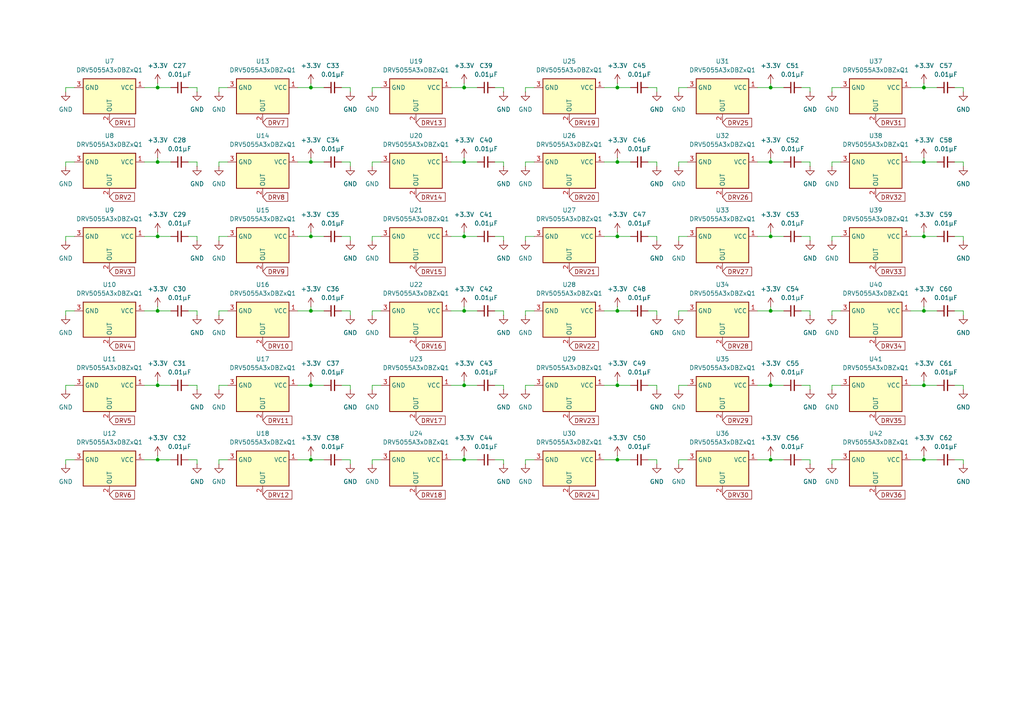
<source format=kicad_sch>
(kicad_sch (version 20250114) (generator "eeschema") (generator_version "9.0")
  (paper "A4")
  (junction (at 223.52 68.58))
  (junction (at 223.52 111.76))
  (junction (at 179.07 25.4))
  (junction (at 179.07 111.76))
  (junction (at 179.07 90.17))
  (junction (at 134.62 90.17))
  (junction (at 179.07 68.58))
  (junction (at 45.72 111.76))
  (junction (at 134.62 111.76))
  (junction (at 90.17 133.35))
  (junction (at 267.97 46.99))
  (junction (at 267.97 68.58))
  (junction (at 134.62 46.99))
  (junction (at 179.07 133.35))
  (junction (at 223.52 133.35))
  (junction (at 90.17 46.99))
  (junction (at 267.97 90.17))
  (junction (at 223.52 25.4))
  (junction (at 90.17 68.58))
  (junction (at 90.17 111.76))
  (junction (at 90.17 90.17))
  (junction (at 179.07 46.99))
  (junction (at 45.72 25.4))
  (junction (at 134.62 68.58))
  (junction (at 223.52 46.99))
  (junction (at 267.97 111.76))
  (junction (at 45.72 46.99))
  (junction (at 223.52 90.17))
  (junction (at 267.97 25.4))
  (junction (at 134.62 25.4))
  (junction (at 45.72 133.35))
  (junction (at 134.62 133.35))
  (junction (at 267.97 133.35))
  (junction (at 90.17 25.4))
  (junction (at 45.72 68.58))
  (junction (at 45.72 90.17))
  (wire (pts (xy 152.4 90.17) (xy 154.94 90.17)))
  (wire (pts (xy 19.05 25.4) (xy 21.59 25.4)))
  (wire (pts (xy 99.06 133.35) (xy 101.6 133.35)))
  (wire (pts (xy 234.95 134.62) (xy 234.95 133.35)))
  (wire (pts (xy 152.4 113.03) (xy 152.4 111.76)))
  (wire (pts (xy 267.97 45.72) (xy 267.97 46.99)))
  (wire (pts (xy 143.51 90.17) (xy 146.05 90.17)))
  (wire (pts (xy 99.06 25.4) (xy 101.6 25.4)))
  (wire (pts (xy 223.52 88.9) (xy 223.52 90.17)))
  (wire (pts (xy 57.15 91.44) (xy 57.15 90.17)))
  (wire (pts (xy 267.97 24.13) (xy 267.97 25.4)))
  (wire (pts (xy 241.3 25.4) (xy 243.84 25.4)))
  (wire (pts (xy 107.95 69.85) (xy 107.95 68.58)))
  (wire (pts (xy 57.15 69.85) (xy 57.15 68.58)))
  (wire (pts (xy 107.95 113.03) (xy 107.95 111.76)))
  (wire (pts (xy 54.61 25.4) (xy 57.15 25.4)))
  (wire (pts (xy 107.95 90.17) (xy 110.49 90.17)))
  (wire (pts (xy 107.95 26.67) (xy 107.95 25.4)))
  (wire (pts (xy 107.95 46.99) (xy 110.49 46.99)))
  (wire (pts (xy 219.71 90.17) (xy 223.52 90.17)))
  (wire (pts (xy 90.17 110.49) (xy 90.17 111.76)))
  (wire (pts (xy 45.72 25.4) (xy 49.53 25.4)))
  (wire (pts (xy 63.5 91.44) (xy 63.5 90.17)))
  (wire (pts (xy 267.97 67.31) (xy 267.97 68.58)))
  (wire (pts (xy 279.4 91.44) (xy 279.4 90.17)))
  (wire (pts (xy 107.95 111.76) (xy 110.49 111.76)))
  (wire (pts (xy 63.5 25.4) (xy 66.04 25.4)))
  (wire (pts (xy 175.26 46.99) (xy 179.07 46.99)))
  (wire (pts (xy 19.05 46.99) (xy 21.59 46.99)))
  (wire (pts (xy 267.97 68.58) (xy 271.78 68.58)))
  (wire (pts (xy 232.41 111.76) (xy 234.95 111.76)))
  (wire (pts (xy 267.97 25.4) (xy 271.78 25.4)))
  (wire (pts (xy 223.52 110.49) (xy 223.52 111.76)))
  (wire (pts (xy 179.07 111.76) (xy 182.88 111.76)))
  (wire (pts (xy 264.16 46.99) (xy 267.97 46.99)))
  (wire (pts (xy 179.07 46.99) (xy 182.88 46.99)))
  (wire (pts (xy 276.86 46.99) (xy 279.4 46.99)))
  (wire (pts (xy 223.52 46.99) (xy 227.33 46.99)))
  (wire (pts (xy 90.17 88.9) (xy 90.17 90.17)))
  (wire (pts (xy 152.4 46.99) (xy 154.94 46.99)))
  (wire (pts (xy 232.41 25.4) (xy 234.95 25.4)))
  (wire (pts (xy 146.05 48.26) (xy 146.05 46.99)))
  (wire (pts (xy 267.97 110.49) (xy 267.97 111.76)))
  (wire (pts (xy 264.16 25.4) (xy 267.97 25.4)))
  (wire (pts (xy 146.05 134.62) (xy 146.05 133.35)))
  (wire (pts (xy 143.51 25.4) (xy 146.05 25.4)))
  (wire (pts (xy 276.86 25.4) (xy 279.4 25.4)))
  (wire (pts (xy 279.4 26.67) (xy 279.4 25.4)))
  (wire (pts (xy 219.71 111.76) (xy 223.52 111.76)))
  (wire (pts (xy 175.26 111.76) (xy 179.07 111.76)))
  (wire (pts (xy 264.16 111.76) (xy 267.97 111.76)))
  (wire (pts (xy 267.97 111.76) (xy 271.78 111.76)))
  (wire (pts (xy 86.36 46.99) (xy 90.17 46.99)))
  (wire (pts (xy 101.6 69.85) (xy 101.6 68.58)))
  (wire (pts (xy 223.52 111.76) (xy 227.33 111.76)))
  (wire (pts (xy 57.15 26.67) (xy 57.15 25.4)))
  (wire (pts (xy 196.85 133.35) (xy 199.39 133.35)))
  (wire (pts (xy 143.51 68.58) (xy 146.05 68.58)))
  (wire (pts (xy 196.85 68.58) (xy 199.39 68.58)))
  (wire (pts (xy 232.41 46.99) (xy 234.95 46.99)))
  (wire (pts (xy 134.62 67.31) (xy 134.62 68.58)))
  (wire (pts (xy 234.95 113.03) (xy 234.95 111.76)))
  (wire (pts (xy 134.62 133.35) (xy 138.43 133.35)))
  (wire (pts (xy 241.3 26.67) (xy 241.3 25.4)))
  (wire (pts (xy 143.51 133.35) (xy 146.05 133.35)))
  (wire (pts (xy 267.97 46.99) (xy 271.78 46.99)))
  (wire (pts (xy 232.41 90.17) (xy 234.95 90.17)))
  (wire (pts (xy 175.26 68.58) (xy 179.07 68.58)))
  (wire (pts (xy 63.5 26.67) (xy 63.5 25.4)))
  (wire (pts (xy 179.07 25.4) (xy 182.88 25.4)))
  (wire (pts (xy 90.17 68.58) (xy 93.98 68.58)))
  (wire (pts (xy 134.62 68.58) (xy 138.43 68.58)))
  (wire (pts (xy 45.72 90.17) (xy 49.53 90.17)))
  (wire (pts (xy 219.71 46.99) (xy 223.52 46.99)))
  (wire (pts (xy 90.17 46.99) (xy 93.98 46.99)))
  (wire (pts (xy 276.86 68.58) (xy 279.4 68.58)))
  (wire (pts (xy 276.86 133.35) (xy 279.4 133.35)))
  (wire (pts (xy 175.26 25.4) (xy 179.07 25.4)))
  (wire (pts (xy 19.05 113.03) (xy 19.05 111.76)))
  (wire (pts (xy 130.81 90.17) (xy 134.62 90.17)))
  (wire (pts (xy 130.81 133.35) (xy 134.62 133.35)))
  (wire (pts (xy 90.17 45.72) (xy 90.17 46.99)))
  (wire (pts (xy 196.85 113.03) (xy 196.85 111.76)))
  (wire (pts (xy 134.62 46.99) (xy 138.43 46.99)))
  (wire (pts (xy 86.36 68.58) (xy 90.17 68.58)))
  (wire (pts (xy 134.62 25.4) (xy 138.43 25.4)))
  (wire (pts (xy 63.5 46.99) (xy 66.04 46.99)))
  (wire (pts (xy 101.6 134.62) (xy 101.6 133.35)))
  (wire (pts (xy 241.3 90.17) (xy 243.84 90.17)))
  (wire (pts (xy 19.05 68.58) (xy 21.59 68.58)))
  (wire (pts (xy 146.05 91.44) (xy 146.05 90.17)))
  (wire (pts (xy 179.07 110.49) (xy 179.07 111.76)))
  (wire (pts (xy 99.06 68.58) (xy 101.6 68.58)))
  (wire (pts (xy 241.3 113.03) (xy 241.3 111.76)))
  (wire (pts (xy 279.4 69.85) (xy 279.4 68.58)))
  (wire (pts (xy 134.62 90.17) (xy 138.43 90.17)))
  (wire (pts (xy 41.91 46.99) (xy 45.72 46.99)))
  (wire (pts (xy 241.3 69.85) (xy 241.3 68.58)))
  (wire (pts (xy 134.62 88.9) (xy 134.62 90.17)))
  (wire (pts (xy 152.4 111.76) (xy 154.94 111.76)))
  (wire (pts (xy 54.61 111.76) (xy 57.15 111.76)))
  (wire (pts (xy 99.06 90.17) (xy 101.6 90.17)))
  (wire (pts (xy 187.96 68.58) (xy 190.5 68.58)))
  (wire (pts (xy 86.36 90.17) (xy 90.17 90.17)))
  (wire (pts (xy 179.07 88.9) (xy 179.07 90.17)))
  (wire (pts (xy 19.05 134.62) (xy 19.05 133.35)))
  (wire (pts (xy 45.72 132.08) (xy 45.72 133.35)))
  (wire (pts (xy 179.07 67.31) (xy 179.07 68.58)))
  (wire (pts (xy 101.6 113.03) (xy 101.6 111.76)))
  (wire (pts (xy 190.5 91.44) (xy 190.5 90.17)))
  (wire (pts (xy 143.51 46.99) (xy 146.05 46.99)))
  (wire (pts (xy 152.4 69.85) (xy 152.4 68.58)))
  (wire (pts (xy 187.96 25.4) (xy 190.5 25.4)))
  (wire (pts (xy 41.91 25.4) (xy 45.72 25.4)))
  (wire (pts (xy 196.85 134.62) (xy 196.85 133.35)))
  (wire (pts (xy 234.95 48.26) (xy 234.95 46.99)))
  (wire (pts (xy 143.51 111.76) (xy 146.05 111.76)))
  (wire (pts (xy 45.72 46.99) (xy 49.53 46.99)))
  (wire (pts (xy 54.61 68.58) (xy 57.15 68.58)))
  (wire (pts (xy 63.5 90.17) (xy 66.04 90.17)))
  (wire (pts (xy 241.3 111.76) (xy 243.84 111.76)))
  (wire (pts (xy 54.61 46.99) (xy 57.15 46.99)))
  (wire (pts (xy 190.5 134.62) (xy 190.5 133.35)))
  (wire (pts (xy 152.4 134.62) (xy 152.4 133.35)))
  (wire (pts (xy 101.6 26.67) (xy 101.6 25.4)))
  (wire (pts (xy 241.3 46.99) (xy 243.84 46.99)))
  (wire (pts (xy 223.52 45.72) (xy 223.52 46.99)))
  (wire (pts (xy 219.71 25.4) (xy 223.52 25.4)))
  (wire (pts (xy 19.05 91.44) (xy 19.05 90.17)))
  (wire (pts (xy 57.15 134.62) (xy 57.15 133.35)))
  (wire (pts (xy 241.3 68.58) (xy 243.84 68.58)))
  (wire (pts (xy 179.07 90.17) (xy 182.88 90.17)))
  (wire (pts (xy 264.16 133.35) (xy 267.97 133.35)))
  (wire (pts (xy 45.72 88.9) (xy 45.72 90.17)))
  (wire (pts (xy 107.95 25.4) (xy 110.49 25.4)))
  (wire (pts (xy 232.41 133.35) (xy 234.95 133.35)))
  (wire (pts (xy 90.17 132.08) (xy 90.17 133.35)))
  (wire (pts (xy 179.07 45.72) (xy 179.07 46.99)))
  (wire (pts (xy 152.4 25.4) (xy 154.94 25.4)))
  (wire (pts (xy 241.3 134.62) (xy 241.3 133.35)))
  (wire (pts (xy 107.95 68.58) (xy 110.49 68.58)))
  (wire (pts (xy 134.62 110.49) (xy 134.62 111.76)))
  (wire (pts (xy 101.6 91.44) (xy 101.6 90.17)))
  (wire (pts (xy 241.3 91.44) (xy 241.3 90.17)))
  (wire (pts (xy 267.97 88.9) (xy 267.97 90.17)))
  (wire (pts (xy 234.95 91.44) (xy 234.95 90.17)))
  (wire (pts (xy 90.17 90.17) (xy 93.98 90.17)))
  (wire (pts (xy 190.5 48.26) (xy 190.5 46.99)))
  (wire (pts (xy 223.52 90.17) (xy 227.33 90.17)))
  (wire (pts (xy 264.16 90.17) (xy 267.97 90.17)))
  (wire (pts (xy 276.86 111.76) (xy 279.4 111.76)))
  (wire (pts (xy 234.95 69.85) (xy 234.95 68.58)))
  (wire (pts (xy 187.96 111.76) (xy 190.5 111.76)))
  (wire (pts (xy 219.71 133.35) (xy 223.52 133.35)))
  (wire (pts (xy 57.15 48.26) (xy 57.15 46.99)))
  (wire (pts (xy 134.62 45.72) (xy 134.62 46.99)))
  (wire (pts (xy 63.5 111.76) (xy 66.04 111.76)))
  (wire (pts (xy 57.15 113.03) (xy 57.15 111.76)))
  (wire (pts (xy 223.52 24.13) (xy 223.52 25.4)))
  (wire (pts (xy 146.05 69.85) (xy 146.05 68.58)))
  (wire (pts (xy 63.5 134.62) (xy 63.5 133.35)))
  (wire (pts (xy 241.3 48.26) (xy 241.3 46.99)))
  (wire (pts (xy 146.05 113.03) (xy 146.05 111.76)))
  (wire (pts (xy 99.06 46.99) (xy 101.6 46.99)))
  (wire (pts (xy 190.5 113.03) (xy 190.5 111.76)))
  (wire (pts (xy 264.16 68.58) (xy 267.97 68.58)))
  (wire (pts (xy 187.96 90.17) (xy 190.5 90.17)))
  (wire (pts (xy 90.17 67.31) (xy 90.17 68.58)))
  (wire (pts (xy 101.6 48.26) (xy 101.6 46.99)))
  (wire (pts (xy 41.91 133.35) (xy 45.72 133.35)))
  (wire (pts (xy 19.05 69.85) (xy 19.05 68.58)))
  (wire (pts (xy 196.85 69.85) (xy 196.85 68.58)))
  (wire (pts (xy 63.5 69.85) (xy 63.5 68.58)))
  (wire (pts (xy 107.95 48.26) (xy 107.95 46.99)))
  (wire (pts (xy 63.5 68.58) (xy 66.04 68.58)))
  (wire (pts (xy 54.61 90.17) (xy 57.15 90.17)))
  (wire (pts (xy 179.07 24.13) (xy 179.07 25.4)))
  (wire (pts (xy 107.95 134.62) (xy 107.95 133.35)))
  (wire (pts (xy 190.5 26.67) (xy 190.5 25.4)))
  (wire (pts (xy 130.81 46.99) (xy 134.62 46.99)))
  (wire (pts (xy 267.97 133.35) (xy 271.78 133.35)))
  (wire (pts (xy 130.81 68.58) (xy 134.62 68.58)))
  (wire (pts (xy 63.5 48.26) (xy 63.5 46.99)))
  (wire (pts (xy 175.26 90.17) (xy 179.07 90.17)))
  (wire (pts (xy 146.05 26.67) (xy 146.05 25.4)))
  (wire (pts (xy 45.72 110.49) (xy 45.72 111.76)))
  (wire (pts (xy 175.26 133.35) (xy 179.07 133.35)))
  (wire (pts (xy 223.52 68.58) (xy 227.33 68.58)))
  (wire (pts (xy 196.85 25.4) (xy 199.39 25.4)))
  (wire (pts (xy 179.07 132.08) (xy 179.07 133.35)))
  (wire (pts (xy 223.52 132.08) (xy 223.52 133.35)))
  (wire (pts (xy 190.5 69.85) (xy 190.5 68.58)))
  (wire (pts (xy 63.5 133.35) (xy 66.04 133.35)))
  (wire (pts (xy 134.62 132.08) (xy 134.62 133.35)))
  (wire (pts (xy 196.85 111.76) (xy 199.39 111.76)))
  (wire (pts (xy 179.07 133.35) (xy 182.88 133.35)))
  (wire (pts (xy 152.4 26.67) (xy 152.4 25.4)))
  (wire (pts (xy 267.97 90.17) (xy 271.78 90.17)))
  (wire (pts (xy 54.61 133.35) (xy 57.15 133.35)))
  (wire (pts (xy 41.91 68.58) (xy 45.72 68.58)))
  (wire (pts (xy 90.17 133.35) (xy 93.98 133.35)))
  (wire (pts (xy 223.52 25.4) (xy 227.33 25.4)))
  (wire (pts (xy 187.96 133.35) (xy 190.5 133.35)))
  (wire (pts (xy 219.71 68.58) (xy 223.52 68.58)))
  (wire (pts (xy 41.91 90.17) (xy 45.72 90.17)))
  (wire (pts (xy 19.05 90.17) (xy 21.59 90.17)))
  (wire (pts (xy 45.72 67.31) (xy 45.72 68.58)))
  (wire (pts (xy 134.62 111.76) (xy 138.43 111.76)))
  (wire (pts (xy 196.85 26.67) (xy 196.85 25.4)))
  (wire (pts (xy 179.07 68.58) (xy 182.88 68.58)))
  (wire (pts (xy 19.05 111.76) (xy 21.59 111.76)))
  (wire (pts (xy 130.81 111.76) (xy 134.62 111.76)))
  (wire (pts (xy 130.81 25.4) (xy 134.62 25.4)))
  (wire (pts (xy 279.4 113.03) (xy 279.4 111.76)))
  (wire (pts (xy 134.62 24.13) (xy 134.62 25.4)))
  (wire (pts (xy 107.95 91.44) (xy 107.95 90.17)))
  (wire (pts (xy 86.36 25.4) (xy 90.17 25.4)))
  (wire (pts (xy 90.17 24.13) (xy 90.17 25.4)))
  (wire (pts (xy 223.52 133.35) (xy 227.33 133.35)))
  (wire (pts (xy 90.17 25.4) (xy 93.98 25.4)))
  (wire (pts (xy 107.95 133.35) (xy 110.49 133.35)))
  (wire (pts (xy 45.72 111.76) (xy 49.53 111.76)))
  (wire (pts (xy 45.72 68.58) (xy 49.53 68.58)))
  (wire (pts (xy 19.05 48.26) (xy 19.05 46.99)))
  (wire (pts (xy 99.06 111.76) (xy 101.6 111.76)))
  (wire (pts (xy 279.4 134.62) (xy 279.4 133.35)))
  (wire (pts (xy 241.3 133.35) (xy 243.84 133.35)))
  (wire (pts (xy 86.36 133.35) (xy 90.17 133.35)))
  (wire (pts (xy 196.85 90.17) (xy 199.39 90.17)))
  (wire (pts (xy 86.36 111.76) (xy 90.17 111.76)))
  (wire (pts (xy 196.85 48.26) (xy 196.85 46.99)))
  (wire (pts (xy 45.72 24.13) (xy 45.72 25.4)))
  (wire (pts (xy 152.4 68.58) (xy 154.94 68.58)))
  (wire (pts (xy 196.85 46.99) (xy 199.39 46.99)))
  (wire (pts (xy 223.52 67.31) (xy 223.52 68.58)))
  (wire (pts (xy 276.86 90.17) (xy 279.4 90.17)))
  (wire (pts (xy 267.97 132.08) (xy 267.97 133.35)))
  (wire (pts (xy 196.85 91.44) (xy 196.85 90.17)))
  (wire (pts (xy 152.4 133.35) (xy 154.94 133.35)))
  (wire (pts (xy 19.05 133.35) (xy 21.59 133.35)))
  (wire (pts (xy 232.41 68.58) (xy 234.95 68.58)))
  (wire (pts (xy 90.17 111.76) (xy 93.98 111.76)))
  (wire (pts (xy 279.4 48.26) (xy 279.4 46.99)))
  (wire (pts (xy 152.4 48.26) (xy 152.4 46.99)))
  (wire (pts (xy 187.96 46.99) (xy 190.5 46.99)))
  (wire (pts (xy 41.91 111.76) (xy 45.72 111.76)))
  (wire (pts (xy 45.72 133.35) (xy 49.53 133.35)))
  (wire (pts (xy 63.5 113.03) (xy 63.5 111.76)))
  (wire (pts (xy 234.95 26.67) (xy 234.95 25.4)))
  (wire (pts (xy 45.72 45.72) (xy 45.72 46.99)))
  (wire (pts (xy 152.4 91.44) (xy 152.4 90.17)))
  (wire (pts (xy 19.05 26.67) (xy 19.05 25.4)))
  (global_label "DRV27" (shape input) (at 209.55 78.74 0) (property "Intersheetrefs" "${INTERSHEET_REFS}" (effects (hide yes))))
  (global_label "DRV23" (shape input) (at 165.1 121.92 0) (property "Intersheetrefs" "${INTERSHEET_REFS}" (effects (hide yes))))
  (global_label "DRV1" (shape input) (at 31.75 35.56 0) (property "Intersheetrefs" "${INTERSHEET_REFS}" (effects (hide yes))))
  (global_label "DRV2" (shape input) (at 31.75 57.15 0) (property "Intersheetrefs" "${INTERSHEET_REFS}" (effects (hide yes))))
  (global_label "DRV7" (shape input) (at 76.2 35.56 0) (property "Intersheetrefs" "${INTERSHEET_REFS}" (effects (hide yes))))
  (global_label "DRV33" (shape input) (at 254 78.74 0) (property "Intersheetrefs" "${INTERSHEET_REFS}" (effects (hide yes))))
  (global_label "DRV10" (shape input) (at 76.2 100.33 0) (property "Intersheetrefs" "${INTERSHEET_REFS}" (effects (hide yes))))
  (global_label "DRV13" (shape input) (at 120.65 35.56 0) (property "Intersheetrefs" "${INTERSHEET_REFS}" (effects (hide yes))))
  (global_label "DRV9" (shape input) (at 76.2 78.74 0) (property "Intersheetrefs" "${INTERSHEET_REFS}" (effects (hide yes))))
  (global_label "DRV20" (shape input) (at 165.1 57.15 0) (property "Intersheetrefs" "${INTERSHEET_REFS}" (effects (hide yes))))
  (global_label "DRV34" (shape input) (at 254 100.33 0) (property "Intersheetrefs" "${INTERSHEET_REFS}" (effects (hide yes))))
  (global_label "DRV19" (shape input) (at 165.1 35.56 0) (property "Intersheetrefs" "${INTERSHEET_REFS}" (effects (hide yes))))
  (global_label "DRV6" (shape input) (at 31.75 143.51 0) (property "Intersheetrefs" "${INTERSHEET_REFS}" (effects (hide yes))))
  (global_label "DRV30" (shape input) (at 209.55 143.51 0) (property "Intersheetrefs" "${INTERSHEET_REFS}" (effects (hide yes))))
  (global_label "DRV16" (shape input) (at 120.65 100.33 0) (property "Intersheetrefs" "${INTERSHEET_REFS}" (effects (hide yes))))
  (global_label "DRV11" (shape input) (at 76.2 121.92 0) (property "Intersheetrefs" "${INTERSHEET_REFS}" (effects (hide yes))))
  (global_label "DRV22" (shape input) (at 165.1 100.33 0) (property "Intersheetrefs" "${INTERSHEET_REFS}" (effects (hide yes))))
  (global_label "DRV31" (shape input) (at 254 35.56 0) (property "Intersheetrefs" "${INTERSHEET_REFS}" (effects (hide yes))))
  (global_label "DRV15" (shape input) (at 120.65 78.74 0) (property "Intersheetrefs" "${INTERSHEET_REFS}" (effects (hide yes))))
  (global_label "DRV21" (shape input) (at 165.1 78.74 0) (property "Intersheetrefs" "${INTERSHEET_REFS}" (effects (hide yes))))
  (global_label "DRV26" (shape input) (at 209.55 57.15 0) (property "Intersheetrefs" "${INTERSHEET_REFS}" (effects (hide yes))))
  (global_label "DRV29" (shape input) (at 209.55 121.92 0) (property "Intersheetrefs" "${INTERSHEET_REFS}" (effects (hide yes))))
  (global_label "DRV17" (shape input) (at 120.65 121.92 0) (property "Intersheetrefs" "${INTERSHEET_REFS}" (effects (hide yes))))
  (global_label "DRV12" (shape input) (at 76.2 143.51 0) (property "Intersheetrefs" "${INTERSHEET_REFS}" (effects (hide yes))))
  (global_label "DRV24" (shape input) (at 165.1 143.51 0) (property "Intersheetrefs" "${INTERSHEET_REFS}" (effects (hide yes))))
  (global_label "DRV32" (shape input) (at 254 57.15 0) (property "Intersheetrefs" "${INTERSHEET_REFS}" (effects (hide yes))))
  (global_label "DRV18" (shape input) (at 120.65 143.51 0) (property "Intersheetrefs" "${INTERSHEET_REFS}" (effects (hide yes))))
  (global_label "DRV28" (shape input) (at 209.55 100.33 0) (property "Intersheetrefs" "${INTERSHEET_REFS}" (effects (hide yes))))
  (global_label "DRV3" (shape input) (at 31.75 78.74 0) (property "Intersheetrefs" "${INTERSHEET_REFS}" (effects (hide yes))))
  (global_label "DRV36" (shape input) (at 254 143.51 0) (property "Intersheetrefs" "${INTERSHEET_REFS}" (effects (hide yes))))
  (global_label "DRV25" (shape input) (at 209.55 35.56 0) (property "Intersheetrefs" "${INTERSHEET_REFS}" (effects (hide yes))))
  (global_label "DRV35" (shape input) (at 254 121.92 0) (property "Intersheetrefs" "${INTERSHEET_REFS}" (effects (hide yes))))
  (global_label "DRV14" (shape input) (at 120.65 57.15 0) (property "Intersheetrefs" "${INTERSHEET_REFS}" (effects (hide yes))))
  (global_label "DRV8" (shape input) (at 76.2 57.15 0) (property "Intersheetrefs" "${INTERSHEET_REFS}" (effects (hide yes))))
  (global_label "DRV5" (shape input) (at 31.75 121.92 0) (property "Intersheetrefs" "${INTERSHEET_REFS}" (effects (hide yes))))
  (global_label "DRV4" (shape input) (at 31.75 100.33 0) (property "Intersheetrefs" "${INTERSHEET_REFS}" (effects (hide yes))))
  (symbol (lib_id "power:GND") (at 234.95 91.44 0) (unit 1)
    (property "Reference" "#PWR087" (effects (hide yes)))
    (property "Value" "GND" (at 234.95 96.52 0))
    (property "Description" "Power symbol creates a global label with name \"GND\" , ground" (effects (hide yes)))
  )
  (symbol (lib_id "power:GND") (at 196.85 26.67 0) (unit 1)
    (property "Reference" "#PWR078" (effects (hide yes)))
    (property "Value" "GND" (at 196.85 31.75 0))
    (property "Description" "Power symbol creates a global label with name \"GND\" , ground" (effects (hide yes)))
  )
  (symbol (lib_id "power:GND") (at 107.95 48.26 0) (unit 1)
    (property "Reference" "#PWR055" (effects (hide yes)))
    (property "Value" "GND" (at 107.95 53.34 0))
    (property "Description" "Power symbol creates a global label with name \"GND\" , ground" (effects (hide yes)))
  )
  (symbol (lib_id "Device:C_Small") (at 140.97 25.4 90) (unit 1)
    (property "Reference" "C39" (at 140.9763 19.05 90))
    (property "Value" "0.01µF" (at 140.9763 21.59 90))
    (property "Footprint" "Capacitor_SMD:C_0805_2012Metric" (effects (hide yes)))
    (property "Description" "Unpolarized capacitor, small symbol" (effects (hide yes)))
  )
  (symbol (lib_id "power:GND") (at 101.6 134.62 0) (unit 1)
    (property "Reference" "#PWR053" (effects (hide yes)))
    (property "Value" "GND" (at 101.6 139.7 0))
    (property "Description" "Power symbol creates a global label with name \"GND\" , ground" (effects (hide yes)))
  )
  (symbol (lib_id "power:GND") (at 57.15 134.62 0) (unit 1)
    (property "Reference" "#PWR041" (effects (hide yes)))
    (property "Value" "GND" (at 57.15 139.7 0))
    (property "Description" "Power symbol creates a global label with name \"GND\" , ground" (effects (hide yes)))
  )
  (symbol (lib_id "Device:C_Small") (at 96.52 111.76 90) (unit 1)
    (property "Reference" "C37" (at 96.5263 105.41 90))
    (property "Value" "0.01µF" (at 96.5263 107.95 90))
    (property "Footprint" "Capacitor_SMD:C_0805_2012Metric" (effects (hide yes)))
    (property "Description" "Unpolarized capacitor, small symbol" (effects (hide yes)))
  )
  (symbol (lib_id "power:GND") (at 63.5 26.67 0) (unit 1)
    (property "Reference" "#PWR042" (effects (hide yes)))
    (property "Value" "GND" (at 63.5 31.75 0))
    (property "Description" "Power symbol creates a global label with name \"GND\" , ground" (effects (hide yes)))
  )
  (symbol (lib_id "power:GND") (at 146.05 113.03 0) (unit 1)
    (property "Reference" "#PWR064" (effects (hide yes)))
    (property "Value" "GND" (at 146.05 118.11 0))
    (property "Description" "Power symbol creates a global label with name \"GND\" , ground" (effects (hide yes)))
  )
  (symbol (lib_id "power:+3.3V") (at 45.72 88.9 0) (unit 1)
    (property "Reference" "#PWR0144" (effects (hide yes)))
    (property "Value" "+3.3V" (at 45.72 83.82 0))
    (property "Description" "Power symbol creates a global label with name \"+3.3V\"" (effects (hide yes)))
  )
  (symbol (lib_id "power:+3.3V") (at 223.52 110.49 0) (unit 1)
    (property "Reference" "#PWR0169" (effects (hide yes)))
    (property "Value" "+3.3V" (at 223.52 105.41 0))
    (property "Description" "Power symbol creates a global label with name \"+3.3V\"" (effects (hide yes)))
  )
  (symbol (lib_id "Sensor_Magnetic:DRV5055A3xDBZxQ1") (at 76.2 49.53 270) (unit 1)
    (property "Reference" "U14" (at 76.2 39.37 90))
    (property "Value" "DRV5055A3xDBZxQ1" (at 76.2 41.91 90))
    (property "Footprint" "Package_TO_SOT_SMD:SOT-23" (effects (hide yes)))
    (property "Datasheet" "https://www.ti.com/lit/ds/symlink/drv5055-q1.pdf" (effects (hide yes)))
    (property "Description" "25 mV/mT,±85-mT, 20-kHz, 3.3/5V, SOT-23" (effects (hide yes)))
  )
  (symbol (lib_id "Device:C_Small") (at 96.52 68.58 90) (unit 1)
    (property "Reference" "C35" (at 96.5263 62.23 90))
    (property "Value" "0.01µF" (at 96.5263 64.77 90))
    (property "Footprint" "Capacitor_SMD:C_0805_2012Metric" (effects (hide yes)))
    (property "Description" "Unpolarized capacitor, small symbol" (effects (hide yes)))
  )
  (symbol (lib_id "Device:C_Small") (at 96.52 46.99 90) (unit 1)
    (property "Reference" "C34" (at 96.5263 40.64 90))
    (property "Value" "0.01µF" (at 96.5263 43.18 90))
    (property "Footprint" "Capacitor_SMD:C_0805_2012Metric" (effects (hide yes)))
    (property "Description" "Unpolarized capacitor, small symbol" (effects (hide yes)))
  )
  (symbol (lib_id "Device:C_Small") (at 185.42 68.58 90) (unit 1)
    (property "Reference" "C47" (at 185.4263 62.23 90))
    (property "Value" "0.01µF" (at 185.4263 64.77 90))
    (property "Footprint" "Capacitor_SMD:C_0805_2012Metric" (effects (hide yes)))
    (property "Description" "Unpolarized capacitor, small symbol" (effects (hide yes)))
  )
  (symbol (lib_id "Device:C_Small") (at 140.97 46.99 90) (unit 1)
    (property "Reference" "C40" (at 140.9763 40.64 90))
    (property "Value" "0.01µF" (at 140.9763 43.18 90))
    (property "Footprint" "Capacitor_SMD:C_0805_2012Metric" (effects (hide yes)))
    (property "Description" "Unpolarized capacitor, small symbol" (effects (hide yes)))
  )
  (symbol (lib_id "power:GND") (at 279.4 48.26 0) (unit 1)
    (property "Reference" "#PWR097" (effects (hide yes)))
    (property "Value" "GND" (at 279.4 53.34 0))
    (property "Description" "Power symbol creates a global label with name \"GND\" , ground" (effects (hide yes)))
  )
  (symbol (lib_id "Device:C_Small") (at 52.07 133.35 90) (unit 1)
    (property "Reference" "C32" (at 52.0763 127 90))
    (property "Value" "0.01µF" (at 52.0763 129.54 90))
    (property "Footprint" "Capacitor_SMD:C_0805_2012Metric" (effects (hide yes)))
    (property "Description" "Unpolarized capacitor, small symbol" (effects (hide yes)))
  )
  (symbol (lib_id "Device:C_Small") (at 274.32 111.76 90) (unit 1)
    (property "Reference" "C61" (at 274.3263 105.41 90))
    (property "Value" "0.01µF" (at 274.3263 107.95 90))
    (property "Footprint" "Capacitor_SMD:C_0805_2012Metric" (effects (hide yes)))
    (property "Description" "Unpolarized capacitor, small symbol" (effects (hide yes)))
  )
  (symbol (lib_id "Sensor_Magnetic:DRV5055A3xDBZxQ1") (at 165.1 92.71 270) (unit 1)
    (property "Reference" "U28" (at 165.1 82.55 90))
    (property "Value" "DRV5055A3xDBZxQ1" (at 165.1 85.09 90))
    (property "Footprint" "Package_TO_SOT_SMD:SOT-23" (effects (hide yes)))
    (property "Datasheet" "https://www.ti.com/lit/ds/symlink/drv5055-q1.pdf" (effects (hide yes)))
    (property "Description" "25 mV/mT,±85-mT, 20-kHz, 3.3/5V, SOT-23" (effects (hide yes)))
  )
  (symbol (lib_id "power:GND") (at 196.85 134.62 0) (unit 1)
    (property "Reference" "#PWR083" (effects (hide yes)))
    (property "Value" "GND" (at 196.85 139.7 0))
    (property "Description" "Power symbol creates a global label with name \"GND\" , ground" (effects (hide yes)))
  )
  (symbol (lib_id "Device:C_Small") (at 96.52 90.17 90) (unit 1)
    (property "Reference" "C36" (at 96.5263 83.82 90))
    (property "Value" "0.01µF" (at 96.5263 86.36 90))
    (property "Footprint" "Capacitor_SMD:C_0805_2012Metric" (effects (hide yes)))
    (property "Description" "Unpolarized capacitor, small symbol" (effects (hide yes)))
  )
  (symbol (lib_id "power:GND") (at 279.4 69.85 0) (unit 1)
    (property "Reference" "#PWR098" (effects (hide yes)))
    (property "Value" "GND" (at 279.4 74.93 0))
    (property "Description" "Power symbol creates a global label with name \"GND\" , ground" (effects (hide yes)))
  )
  (symbol (lib_id "Device:C_Small") (at 274.32 90.17 90) (unit 1)
    (property "Reference" "C60" (at 274.3263 83.82 90))
    (property "Value" "0.01µF" (at 274.3263 86.36 90))
    (property "Footprint" "Capacitor_SMD:C_0805_2012Metric" (effects (hide yes)))
    (property "Description" "Unpolarized capacitor, small symbol" (effects (hide yes)))
  )
  (symbol (lib_id "power:GND") (at 107.95 69.85 0) (unit 1)
    (property "Reference" "#PWR056" (effects (hide yes)))
    (property "Value" "GND" (at 107.95 74.93 0))
    (property "Description" "Power symbol creates a global label with name \"GND\" , ground" (effects (hide yes)))
  )
  (symbol (lib_id "Device:C_Small") (at 52.07 90.17 90) (unit 1)
    (property "Reference" "C30" (at 52.0763 83.82 90))
    (property "Value" "0.01µF" (at 52.0763 86.36 90))
    (property "Footprint" "Capacitor_SMD:C_0805_2012Metric" (effects (hide yes)))
    (property "Description" "Unpolarized capacitor, small symbol" (effects (hide yes)))
  )
  (symbol (lib_id "Device:C_Small") (at 52.07 111.76 90) (unit 1)
    (property "Reference" "C31" (at 52.0763 105.41 90))
    (property "Value" "0.01µF" (at 52.0763 107.95 90))
    (property "Footprint" "Capacitor_SMD:C_0805_2012Metric" (effects (hide yes)))
    (property "Description" "Unpolarized capacitor, small symbol" (effects (hide yes)))
  )
  (symbol (lib_id "power:GND") (at 107.95 113.03 0) (unit 1)
    (property "Reference" "#PWR058" (effects (hide yes)))
    (property "Value" "GND" (at 107.95 118.11 0))
    (property "Description" "Power symbol creates a global label with name \"GND\" , ground" (effects (hide yes)))
  )
  (symbol (lib_id "power:GND") (at 190.5 113.03 0) (unit 1)
    (property "Reference" "#PWR076" (effects (hide yes)))
    (property "Value" "GND" (at 190.5 118.11 0))
    (property "Description" "Power symbol creates a global label with name \"GND\" , ground" (effects (hide yes)))
  )
  (symbol (lib_id "Sensor_Magnetic:DRV5055A3xDBZxQ1") (at 254 114.3 270) (unit 1)
    (property "Reference" "U41" (at 254 104.14 90))
    (property "Value" "DRV5055A3xDBZxQ1" (at 254 106.68 90))
    (property "Footprint" "Package_TO_SOT_SMD:SOT-23" (effects (hide yes)))
    (property "Datasheet" "https://www.ti.com/lit/ds/symlink/drv5055-q1.pdf" (effects (hide yes)))
    (property "Description" "25 mV/mT,±85-mT, 20-kHz, 3.3/5V, SOT-23" (effects (hide yes)))
  )
  (symbol (lib_id "Device:C_Small") (at 185.42 25.4 90) (unit 1)
    (property "Reference" "C45" (at 185.4263 19.05 90))
    (property "Value" "0.01µF" (at 185.4263 21.59 90))
    (property "Footprint" "Capacitor_SMD:C_0805_2012Metric" (effects (hide yes)))
    (property "Description" "Unpolarized capacitor, small symbol" (effects (hide yes)))
  )
  (symbol (lib_id "power:+3.3V") (at 90.17 24.13 0) (unit 1)
    (property "Reference" "#PWR0147" (effects (hide yes)))
    (property "Value" "+3.3V" (at 90.17 19.05 0))
    (property "Description" "Power symbol creates a global label with name \"+3.3V\"" (effects (hide yes)))
  )
  (symbol (lib_id "power:+3.3V") (at 267.97 132.08 0) (unit 1)
    (property "Reference" "#PWR0176" (effects (hide yes)))
    (property "Value" "+3.3V" (at 267.97 127 0))
    (property "Description" "Power symbol creates a global label with name \"+3.3V\"" (effects (hide yes)))
  )
  (symbol (lib_id "Device:C_Small") (at 140.97 68.58 90) (unit 1)
    (property "Reference" "C41" (at 140.9763 62.23 90))
    (property "Value" "0.01µF" (at 140.9763 64.77 90))
    (property "Footprint" "Capacitor_SMD:C_0805_2012Metric" (effects (hide yes)))
    (property "Description" "Unpolarized capacitor, small symbol" (effects (hide yes)))
  )
  (symbol (lib_id "power:GND") (at 234.95 69.85 0) (unit 1)
    (property "Reference" "#PWR086" (effects (hide yes)))
    (property "Value" "GND" (at 234.95 74.93 0))
    (property "Description" "Power symbol creates a global label with name \"GND\" , ground" (effects (hide yes)))
  )
  (symbol (lib_id "Device:C_Small") (at 229.87 68.58 90) (unit 1)
    (property "Reference" "C53" (at 229.8763 62.23 90))
    (property "Value" "0.01µF" (at 229.8763 64.77 90))
    (property "Footprint" "Capacitor_SMD:C_0805_2012Metric" (effects (hide yes)))
    (property "Description" "Unpolarized capacitor, small symbol" (effects (hide yes)))
  )
  (symbol (lib_id "Device:C_Small") (at 229.87 133.35 90) (unit 1)
    (property "Reference" "C56" (at 229.8763 127 90))
    (property "Value" "0.01µF" (at 229.8763 129.54 90))
    (property "Footprint" "Capacitor_SMD:C_0805_2012Metric" (effects (hide yes)))
    (property "Description" "Unpolarized capacitor, small symbol" (effects (hide yes)))
  )
  (symbol (lib_id "power:+3.3V") (at 179.07 24.13 0) (unit 1)
    (property "Reference" "#PWR0159" (effects (hide yes)))
    (property "Value" "+3.3V" (at 179.07 19.05 0))
    (property "Description" "Power symbol creates a global label with name \"+3.3V\"" (effects (hide yes)))
  )
  (symbol (lib_id "power:+3.3V") (at 267.97 88.9 0) (unit 1)
    (property "Reference" "#PWR0174" (effects (hide yes)))
    (property "Value" "+3.3V" (at 267.97 83.82 0))
    (property "Description" "Power symbol creates a global label with name \"+3.3V\"" (effects (hide yes)))
  )
  (symbol (lib_id "power:+3.3V") (at 134.62 132.08 0) (unit 1)
    (property "Reference" "#PWR0158" (effects (hide yes)))
    (property "Value" "+3.3V" (at 134.62 127 0))
    (property "Description" "Power symbol creates a global label with name \"+3.3V\"" (effects (hide yes)))
  )
  (symbol (lib_id "Sensor_Magnetic:DRV5055A3xDBZxQ1") (at 76.2 114.3 270) (unit 1)
    (property "Reference" "U17" (at 76.2 104.14 90))
    (property "Value" "DRV5055A3xDBZxQ1" (at 76.2 106.68 90))
    (property "Footprint" "Package_TO_SOT_SMD:SOT-23" (effects (hide yes)))
    (property "Datasheet" "https://www.ti.com/lit/ds/symlink/drv5055-q1.pdf" (effects (hide yes)))
    (property "Description" "25 mV/mT,±85-mT, 20-kHz, 3.3/5V, SOT-23" (effects (hide yes)))
  )
  (symbol (lib_id "Device:C_Small") (at 140.97 90.17 90) (unit 1)
    (property "Reference" "C42" (at 140.9763 83.82 90))
    (property "Value" "0.01µF" (at 140.9763 86.36 90))
    (property "Footprint" "Capacitor_SMD:C_0805_2012Metric" (effects (hide yes)))
    (property "Description" "Unpolarized capacitor, small symbol" (effects (hide yes)))
  )
  (symbol (lib_id "Device:C_Small") (at 274.32 68.58 90) (unit 1)
    (property "Reference" "C59" (at 274.3263 62.23 90))
    (property "Value" "0.01µF" (at 274.3263 64.77 90))
    (property "Footprint" "Capacitor_SMD:C_0805_2012Metric" (effects (hide yes)))
    (property "Description" "Unpolarized capacitor, small symbol" (effects (hide yes)))
  )
  (symbol (lib_id "Device:C_Small") (at 185.42 111.76 90) (unit 1)
    (property "Reference" "C49" (at 185.4263 105.41 90))
    (property "Value" "0.01µF" (at 185.4263 107.95 90))
    (property "Footprint" "Capacitor_SMD:C_0805_2012Metric" (effects (hide yes)))
    (property "Description" "Unpolarized capacitor, small symbol" (effects (hide yes)))
  )
  (symbol (lib_id "power:+3.3V") (at 223.52 132.08 0) (unit 1)
    (property "Reference" "#PWR0170" (effects (hide yes)))
    (property "Value" "+3.3V" (at 223.52 127 0))
    (property "Description" "Power symbol creates a global label with name \"+3.3V\"" (effects (hide yes)))
  )
  (symbol (lib_id "power:GND") (at 190.5 48.26 0) (unit 1)
    (property "Reference" "#PWR073" (effects (hide yes)))
    (property "Value" "GND" (at 190.5 53.34 0))
    (property "Description" "Power symbol creates a global label with name \"GND\" , ground" (effects (hide yes)))
  )
  (symbol (lib_id "Device:C_Small") (at 52.07 68.58 90) (unit 1)
    (property "Reference" "C29" (at 52.0763 62.23 90))
    (property "Value" "0.01µF" (at 52.0763 64.77 90))
    (property "Footprint" "Capacitor_SMD:C_0805_2012Metric" (effects (hide yes)))
    (property "Description" "Unpolarized capacitor, small symbol" (effects (hide yes)))
  )
  (symbol (lib_id "power:GND") (at 107.95 134.62 0) (unit 1)
    (property "Reference" "#PWR059" (effects (hide yes)))
    (property "Value" "GND" (at 107.95 139.7 0))
    (property "Description" "Power symbol creates a global label with name \"GND\" , ground" (effects (hide yes)))
  )
  (symbol (lib_id "Device:C_Small") (at 185.42 133.35 90) (unit 1)
    (property "Reference" "C50" (at 185.4263 127 90))
    (property "Value" "0.01µF" (at 185.4263 129.54 90))
    (property "Footprint" "Capacitor_SMD:C_0805_2012Metric" (effects (hide yes)))
    (property "Description" "Unpolarized capacitor, small symbol" (effects (hide yes)))
  )
  (symbol (lib_id "power:GND") (at 152.4 134.62 0) (unit 1)
    (property "Reference" "#PWR071" (effects (hide yes)))
    (property "Value" "GND" (at 152.4 139.7 0))
    (property "Description" "Power symbol creates a global label with name \"GND\" , ground" (effects (hide yes)))
  )
  (symbol (lib_id "Device:C_Small") (at 274.32 25.4 90) (unit 1)
    (property "Reference" "C57" (at 274.3263 19.05 90))
    (property "Value" "0.01µF" (at 274.3263 21.59 90))
    (property "Footprint" "Capacitor_SMD:C_0805_2012Metric" (effects (hide yes)))
    (property "Description" "Unpolarized capacitor, small symbol" (effects (hide yes)))
  )
  (symbol (lib_id "power:GND") (at 57.15 69.85 0) (unit 1)
    (property "Reference" "#PWR038" (effects (hide yes)))
    (property "Value" "GND" (at 57.15 74.93 0))
    (property "Description" "Power symbol creates a global label with name \"GND\" , ground" (effects (hide yes)))
  )
  (symbol (lib_id "power:GND") (at 196.85 69.85 0) (unit 1)
    (property "Reference" "#PWR080" (effects (hide yes)))
    (property "Value" "GND" (at 196.85 74.93 0))
    (property "Description" "Power symbol creates a global label with name \"GND\" , ground" (effects (hide yes)))
  )
  (symbol (lib_id "power:GND") (at 57.15 48.26 0) (unit 1)
    (property "Reference" "#PWR037" (effects (hide yes)))
    (property "Value" "GND" (at 57.15 53.34 0))
    (property "Description" "Power symbol creates a global label with name \"GND\" , ground" (effects (hide yes)))
  )
  (symbol (lib_id "power:GND") (at 63.5 113.03 0) (unit 1)
    (property "Reference" "#PWR046" (effects (hide yes)))
    (property "Value" "GND" (at 63.5 118.11 0))
    (property "Description" "Power symbol creates a global label with name \"GND\" , ground" (effects (hide yes)))
  )
  (symbol (lib_id "power:GND") (at 152.4 69.85 0) (unit 1)
    (property "Reference" "#PWR068" (effects (hide yes)))
    (property "Value" "GND" (at 152.4 74.93 0))
    (property "Description" "Power symbol creates a global label with name \"GND\" , ground" (effects (hide yes)))
  )
  (symbol (lib_id "power:+3.3V") (at 45.72 132.08 0) (unit 1)
    (property "Reference" "#PWR0146" (effects (hide yes)))
    (property "Value" "+3.3V" (at 45.72 127 0))
    (property "Description" "Power symbol creates a global label with name \"+3.3V\"" (effects (hide yes)))
  )
  (symbol (lib_id "power:+3.3V") (at 267.97 110.49 0) (unit 1)
    (property "Reference" "#PWR0175" (effects (hide yes)))
    (property "Value" "+3.3V" (at 267.97 105.41 0))
    (property "Description" "Power symbol creates a global label with name \"+3.3V\"" (effects (hide yes)))
  )
  (symbol (lib_id "Sensor_Magnetic:DRV5055A3xDBZxQ1") (at 165.1 27.94 270) (unit 1)
    (property "Reference" "U25" (at 165.1 17.78 90))
    (property "Value" "DRV5055A3xDBZxQ1" (at 165.1 20.32 90))
    (property "Footprint" "Package_TO_SOT_SMD:SOT-23" (effects (hide yes)))
    (property "Datasheet" "https://www.ti.com/lit/ds/symlink/drv5055-q1.pdf" (effects (hide yes)))
    (property "Description" "25 mV/mT,±85-mT, 20-kHz, 3.3/5V, SOT-23" (effects (hide yes)))
  )
  (symbol (lib_id "Sensor_Magnetic:DRV5055A3xDBZxQ1") (at 209.55 114.3 270) (unit 1)
    (property "Reference" "U35" (at 209.55 104.14 90))
    (property "Value" "DRV5055A3xDBZxQ1" (at 209.55 106.68 90))
    (property "Footprint" "Package_TO_SOT_SMD:SOT-23" (effects (hide yes)))
    (property "Datasheet" "https://www.ti.com/lit/ds/symlink/drv5055-q1.pdf" (effects (hide yes)))
    (property "Description" "25 mV/mT,±85-mT, 20-kHz, 3.3/5V, SOT-23" (effects (hide yes)))
  )
  (symbol (lib_id "power:+3.3V") (at 223.52 45.72 0) (unit 1)
    (property "Reference" "#PWR0166" (effects (hide yes)))
    (property "Value" "+3.3V" (at 223.52 40.64 0))
    (property "Description" "Power symbol creates a global label with name \"+3.3V\"" (effects (hide yes)))
  )
  (symbol (lib_id "Sensor_Magnetic:DRV5055A3xDBZxQ1") (at 209.55 71.12 270) (unit 1)
    (property "Reference" "U33" (at 209.55 60.96 90))
    (property "Value" "DRV5055A3xDBZxQ1" (at 209.55 63.5 90))
    (property "Footprint" "Package_TO_SOT_SMD:SOT-23" (effects (hide yes)))
    (property "Datasheet" "https://www.ti.com/lit/ds/symlink/drv5055-q1.pdf" (effects (hide yes)))
    (property "Description" "25 mV/mT,±85-mT, 20-kHz, 3.3/5V, SOT-23" (effects (hide yes)))
  )
  (symbol (lib_id "power:+3.3V") (at 45.72 45.72 0) (unit 1)
    (property "Reference" "#PWR0142" (effects (hide yes)))
    (property "Value" "+3.3V" (at 45.72 40.64 0))
    (property "Description" "Power symbol creates a global label with name \"+3.3V\"" (effects (hide yes)))
  )
  (symbol (lib_id "Device:C_Small") (at 274.32 133.35 90) (unit 1)
    (property "Reference" "C62" (at 274.3263 127 90))
    (property "Value" "0.01µF" (at 274.3263 129.54 90))
    (property "Footprint" "Capacitor_SMD:C_0805_2012Metric" (effects (hide yes)))
    (property "Description" "Unpolarized capacitor, small symbol" (effects (hide yes)))
  )
  (symbol (lib_id "Sensor_Magnetic:DRV5055A3xDBZxQ1") (at 120.65 92.71 270) (unit 1)
    (property "Reference" "U22" (at 120.65 82.55 90))
    (property "Value" "DRV5055A3xDBZxQ1" (at 120.65 85.09 90))
    (property "Footprint" "Package_TO_SOT_SMD:SOT-23" (effects (hide yes)))
    (property "Datasheet" "https://www.ti.com/lit/ds/symlink/drv5055-q1.pdf" (effects (hide yes)))
    (property "Description" "25 mV/mT,±85-mT, 20-kHz, 3.3/5V, SOT-23" (effects (hide yes)))
  )
  (symbol (lib_id "Sensor_Magnetic:DRV5055A3xDBZxQ1") (at 120.65 114.3 270) (unit 1)
    (property "Reference" "U23" (at 120.65 104.14 90))
    (property "Value" "DRV5055A3xDBZxQ1" (at 120.65 106.68 90))
    (property "Footprint" "Package_TO_SOT_SMD:SOT-23" (effects (hide yes)))
    (property "Datasheet" "https://www.ti.com/lit/ds/symlink/drv5055-q1.pdf" (effects (hide yes)))
    (property "Description" "25 mV/mT,±85-mT, 20-kHz, 3.3/5V, SOT-23" (effects (hide yes)))
  )
  (symbol (lib_id "power:GND") (at 279.4 26.67 0) (unit 1)
    (property "Reference" "#PWR096" (effects (hide yes)))
    (property "Value" "GND" (at 279.4 31.75 0))
    (property "Description" "Power symbol creates a global label with name \"GND\" , ground" (effects (hide yes)))
  )
  (symbol (lib_id "power:GND") (at 57.15 91.44 0) (unit 1)
    (property "Reference" "#PWR039" (effects (hide yes)))
    (property "Value" "GND" (at 57.15 96.52 0))
    (property "Description" "Power symbol creates a global label with name \"GND\" , ground" (effects (hide yes)))
  )
  (symbol (lib_id "Device:C_Small") (at 140.97 111.76 90) (unit 1)
    (property "Reference" "C43" (at 140.9763 105.41 90))
    (property "Value" "0.01µF" (at 140.9763 107.95 90))
    (property "Footprint" "Capacitor_SMD:C_0805_2012Metric" (effects (hide yes)))
    (property "Description" "Unpolarized capacitor, small symbol" (effects (hide yes)))
  )
  (symbol (lib_id "Sensor_Magnetic:DRV5055A3xDBZxQ1") (at 209.55 27.94 270) (unit 1)
    (property "Reference" "U31" (at 209.55 17.78 90))
    (property "Value" "DRV5055A3xDBZxQ1" (at 209.55 20.32 90))
    (property "Footprint" "Package_TO_SOT_SMD:SOT-23" (effects (hide yes)))
    (property "Datasheet" "https://www.ti.com/lit/ds/symlink/drv5055-q1.pdf" (effects (hide yes)))
    (property "Description" "25 mV/mT,±85-mT, 20-kHz, 3.3/5V, SOT-23" (effects (hide yes)))
  )
  (symbol (lib_id "power:+3.3V") (at 90.17 88.9 0) (unit 1)
    (property "Reference" "#PWR0150" (effects (hide yes)))
    (property "Value" "+3.3V" (at 90.17 83.82 0))
    (property "Description" "Power symbol creates a global label with name \"+3.3V\"" (effects (hide yes)))
  )
  (symbol (lib_id "power:+3.3V") (at 223.52 24.13 0) (unit 1)
    (property "Reference" "#PWR0165" (effects (hide yes)))
    (property "Value" "+3.3V" (at 223.52 19.05 0))
    (property "Description" "Power symbol creates a global label with name \"+3.3V\"" (effects (hide yes)))
  )
  (symbol (lib_id "power:GND") (at 146.05 69.85 0) (unit 1)
    (property "Reference" "#PWR062" (effects (hide yes)))
    (property "Value" "GND" (at 146.05 74.93 0))
    (property "Description" "Power symbol creates a global label with name \"GND\" , ground" (effects (hide yes)))
  )
  (symbol (lib_id "Device:C_Small") (at 185.42 90.17 90) (unit 1)
    (property "Reference" "C48" (at 185.4263 83.82 90))
    (property "Value" "0.01µF" (at 185.4263 86.36 90))
    (property "Footprint" "Capacitor_SMD:C_0805_2012Metric" (effects (hide yes)))
    (property "Description" "Unpolarized capacitor, small symbol" (effects (hide yes)))
  )
  (symbol (lib_id "Device:C_Small") (at 229.87 111.76 90) (unit 1)
    (property "Reference" "C55" (at 229.8763 105.41 90))
    (property "Value" "0.01µF" (at 229.8763 107.95 90))
    (property "Footprint" "Capacitor_SMD:C_0805_2012Metric" (effects (hide yes)))
    (property "Description" "Unpolarized capacitor, small symbol" (effects (hide yes)))
  )
  (symbol (lib_id "power:GND") (at 101.6 69.85 0) (unit 1)
    (property "Reference" "#PWR050" (effects (hide yes)))
    (property "Value" "GND" (at 101.6 74.93 0))
    (property "Description" "Power symbol creates a global label with name \"GND\" , ground" (effects (hide yes)))
  )
  (symbol (lib_id "Sensor_Magnetic:DRV5055A3xDBZxQ1") (at 76.2 71.12 270) (unit 1)
    (property "Reference" "U15" (at 76.2 60.96 90))
    (property "Value" "DRV5055A3xDBZxQ1" (at 76.2 63.5 90))
    (property "Footprint" "Package_TO_SOT_SMD:SOT-23" (effects (hide yes)))
    (property "Datasheet" "https://www.ti.com/lit/ds/symlink/drv5055-q1.pdf" (effects (hide yes)))
    (property "Description" "25 mV/mT,±85-mT, 20-kHz, 3.3/5V, SOT-23" (effects (hide yes)))
  )
  (symbol (lib_id "power:+3.3V") (at 134.62 45.72 0) (unit 1)
    (property "Reference" "#PWR0154" (effects (hide yes)))
    (property "Value" "+3.3V" (at 134.62 40.64 0))
    (property "Description" "Power symbol creates a global label with name \"+3.3V\"" (effects (hide yes)))
  )
  (symbol (lib_id "power:GND") (at 19.05 69.85 0) (unit 1)
    (property "Reference" "#PWR032" (effects (hide yes)))
    (property "Value" "GND" (at 19.05 74.93 0))
    (property "Description" "Power symbol creates a global label with name \"GND\" , ground" (effects (hide yes)))
  )
  (symbol (lib_id "Device:C_Small") (at 274.32 46.99 90) (unit 1)
    (property "Reference" "C58" (at 274.3263 40.64 90))
    (property "Value" "0.01µF" (at 274.3263 43.18 90))
    (property "Footprint" "Capacitor_SMD:C_0805_2012Metric" (effects (hide yes)))
    (property "Description" "Unpolarized capacitor, small symbol" (effects (hide yes)))
  )
  (symbol (lib_id "power:+3.3V") (at 90.17 110.49 0) (unit 1)
    (property "Reference" "#PWR0151" (effects (hide yes)))
    (property "Value" "+3.3V" (at 90.17 105.41 0))
    (property "Description" "Power symbol creates a global label with name \"+3.3V\"" (effects (hide yes)))
  )
  (symbol (lib_id "power:GND") (at 63.5 69.85 0) (unit 1)
    (property "Reference" "#PWR044" (effects (hide yes)))
    (property "Value" "GND" (at 63.5 74.93 0))
    (property "Description" "Power symbol creates a global label with name \"GND\" , ground" (effects (hide yes)))
  )
  (symbol (lib_id "power:GND") (at 279.4 134.62 0) (unit 1)
    (property "Reference" "#PWR0101" (effects (hide yes)))
    (property "Value" "GND" (at 279.4 139.7 0))
    (property "Description" "Power symbol creates a global label with name \"GND\" , ground" (effects (hide yes)))
  )
  (symbol (lib_id "Device:C_Small") (at 96.52 133.35 90) (unit 1)
    (property "Reference" "C38" (at 96.5263 127 90))
    (property "Value" "0.01µF" (at 96.5263 129.54 90))
    (property "Footprint" "Capacitor_SMD:C_0805_2012Metric" (effects (hide yes)))
    (property "Description" "Unpolarized capacitor, small symbol" (effects (hide yes)))
  )
  (symbol (lib_id "power:+3.3V") (at 134.62 67.31 0) (unit 1)
    (property "Reference" "#PWR0155" (effects (hide yes)))
    (property "Value" "+3.3V" (at 134.62 62.23 0))
    (property "Description" "Power symbol creates a global label with name \"+3.3V\"" (effects (hide yes)))
  )
  (symbol (lib_id "Sensor_Magnetic:DRV5055A3xDBZxQ1") (at 165.1 114.3 270) (unit 1)
    (property "Reference" "U29" (at 165.1 104.14 90))
    (property "Value" "DRV5055A3xDBZxQ1" (at 165.1 106.68 90))
    (property "Footprint" "Package_TO_SOT_SMD:SOT-23" (effects (hide yes)))
    (property "Datasheet" "https://www.ti.com/lit/ds/symlink/drv5055-q1.pdf" (effects (hide yes)))
    (property "Description" "25 mV/mT,±85-mT, 20-kHz, 3.3/5V, SOT-23" (effects (hide yes)))
  )
  (symbol (lib_id "Device:C_Small") (at 52.07 25.4 90) (unit 1)
    (property "Reference" "C27" (at 52.0763 19.05 90))
    (property "Value" "0.01µF" (at 52.0763 21.59 90))
    (property "Footprint" "Capacitor_SMD:C_0805_2012Metric" (effects (hide yes)))
    (property "Description" "Unpolarized capacitor, small symbol" (effects (hide yes)))
  )
  (symbol (lib_id "power:GND") (at 19.05 48.26 0) (unit 1)
    (property "Reference" "#PWR031" (effects (hide yes)))
    (property "Value" "GND" (at 19.05 53.34 0))
    (property "Description" "Power symbol creates a global label with name \"GND\" , ground" (effects (hide yes)))
  )
  (symbol (lib_id "power:+3.3V") (at 90.17 132.08 0) (unit 1)
    (property "Reference" "#PWR0152" (effects (hide yes)))
    (property "Value" "+3.3V" (at 90.17 127 0))
    (property "Description" "Power symbol creates a global label with name \"+3.3V\"" (effects (hide yes)))
  )
  (symbol (lib_id "power:+3.3V") (at 179.07 45.72 0) (unit 1)
    (property "Reference" "#PWR0160" (effects (hide yes)))
    (property "Value" "+3.3V" (at 179.07 40.64 0))
    (property "Description" "Power symbol creates a global label with name \"+3.3V\"" (effects (hide yes)))
  )
  (symbol (lib_id "Device:C_Small") (at 185.42 46.99 90) (unit 1)
    (property "Reference" "C46" (at 185.4263 40.64 90))
    (property "Value" "0.01µF" (at 185.4263 43.18 90))
    (property "Footprint" "Capacitor_SMD:C_0805_2012Metric" (effects (hide yes)))
    (property "Description" "Unpolarized capacitor, small symbol" (effects (hide yes)))
  )
  (symbol (lib_id "power:GND") (at 152.4 91.44 0) (unit 1)
    (property "Reference" "#PWR069" (effects (hide yes)))
    (property "Value" "GND" (at 152.4 96.52 0))
    (property "Description" "Power symbol creates a global label with name \"GND\" , ground" (effects (hide yes)))
  )
  (symbol (lib_id "power:GND") (at 241.3 134.62 0) (unit 1)
    (property "Reference" "#PWR095" (effects (hide yes)))
    (property "Value" "GND" (at 241.3 139.7 0))
    (property "Description" "Power symbol creates a global label with name \"GND\" , ground" (effects (hide yes)))
  )
  (symbol (lib_id "Sensor_Magnetic:DRV5055A3xDBZxQ1") (at 165.1 135.89 270) (unit 1)
    (property "Reference" "U30" (at 165.1 125.73 90))
    (property "Value" "DRV5055A3xDBZxQ1" (at 165.1 128.27 90))
    (property "Footprint" "Package_TO_SOT_SMD:SOT-23" (effects (hide yes)))
    (property "Datasheet" "https://www.ti.com/lit/ds/symlink/drv5055-q1.pdf" (effects (hide yes)))
    (property "Description" "25 mV/mT,±85-mT, 20-kHz, 3.3/5V, SOT-23" (effects (hide yes)))
  )
  (symbol (lib_id "power:+3.3V") (at 179.07 132.08 0) (unit 1)
    (property "Reference" "#PWR0164" (effects (hide yes)))
    (property "Value" "+3.3V" (at 179.07 127 0))
    (property "Description" "Power symbol creates a global label with name \"+3.3V\"" (effects (hide yes)))
  )
  (symbol (lib_id "Sensor_Magnetic:DRV5055A3xDBZxQ1") (at 254 27.94 270) (unit 1)
    (property "Reference" "U37" (at 254 17.78 90))
    (property "Value" "DRV5055A3xDBZxQ1" (at 254 20.32 90))
    (property "Footprint" "Package_TO_SOT_SMD:SOT-23" (effects (hide yes)))
    (property "Datasheet" "https://www.ti.com/lit/ds/symlink/drv5055-q1.pdf" (effects (hide yes)))
    (property "Description" "25 mV/mT,±85-mT, 20-kHz, 3.3/5V, SOT-23" (effects (hide yes)))
  )
  (symbol (lib_id "power:GND") (at 57.15 113.03 0) (unit 1)
    (property "Reference" "#PWR040" (effects (hide yes)))
    (property "Value" "GND" (at 57.15 118.11 0))
    (property "Description" "Power symbol creates a global label with name \"GND\" , ground" (effects (hide yes)))
  )
  (symbol (lib_id "power:GND") (at 19.05 91.44 0) (unit 1)
    (property "Reference" "#PWR033" (effects (hide yes)))
    (property "Value" "GND" (at 19.05 96.52 0))
    (property "Description" "Power symbol creates a global label with name \"GND\" , ground" (effects (hide yes)))
  )
  (symbol (lib_id "power:GND") (at 101.6 26.67 0) (unit 1)
    (property "Reference" "#PWR048" (effects (hide yes)))
    (property "Value" "GND" (at 101.6 31.75 0))
    (property "Description" "Power symbol creates a global label with name \"GND\" , ground" (effects (hide yes)))
  )
  (symbol (lib_id "power:GND") (at 234.95 26.67 0) (unit 1)
    (property "Reference" "#PWR084" (effects (hide yes)))
    (property "Value" "GND" (at 234.95 31.75 0))
    (property "Description" "Power symbol creates a global label with name \"GND\" , ground" (effects (hide yes)))
  )
  (symbol (lib_id "power:GND") (at 190.5 26.67 0) (unit 1)
    (property "Reference" "#PWR072" (effects (hide yes)))
    (property "Value" "GND" (at 190.5 31.75 0))
    (property "Description" "Power symbol creates a global label with name \"GND\" , ground" (effects (hide yes)))
  )
  (symbol (lib_id "power:GND") (at 234.95 134.62 0) (unit 1)
    (property "Reference" "#PWR089" (effects (hide yes)))
    (property "Value" "GND" (at 234.95 139.7 0))
    (property "Description" "Power symbol creates a global label with name \"GND\" , ground" (effects (hide yes)))
  )
  (symbol (lib_id "power:GND") (at 107.95 26.67 0) (unit 1)
    (property "Reference" "#PWR054" (effects (hide yes)))
    (property "Value" "GND" (at 107.95 31.75 0))
    (property "Description" "Power symbol creates a global label with name \"GND\" , ground" (effects (hide yes)))
  )
  (symbol (lib_id "power:+3.3V") (at 45.72 110.49 0) (unit 1)
    (property "Reference" "#PWR0145" (effects (hide yes)))
    (property "Value" "+3.3V" (at 45.72 105.41 0))
    (property "Description" "Power symbol creates a global label with name \"+3.3V\"" (effects (hide yes)))
  )
  (symbol (lib_id "power:+3.3V") (at 45.72 67.31 0) (unit 1)
    (property "Reference" "#PWR0143" (effects (hide yes)))
    (property "Value" "+3.3V" (at 45.72 62.23 0))
    (property "Description" "Power symbol creates a global label with name \"+3.3V\"" (effects (hide yes)))
  )
  (symbol (lib_id "power:GND") (at 190.5 134.62 0) (unit 1)
    (property "Reference" "#PWR077" (effects (hide yes)))
    (property "Value" "GND" (at 190.5 139.7 0))
    (property "Description" "Power symbol creates a global label with name \"GND\" , ground" (effects (hide yes)))
  )
  (symbol (lib_id "power:+3.3V") (at 90.17 45.72 0) (unit 1)
    (property "Reference" "#PWR0148" (effects (hide yes)))
    (property "Value" "+3.3V" (at 90.17 40.64 0))
    (property "Description" "Power symbol creates a global label with name \"+3.3V\"" (effects (hide yes)))
  )
  (symbol (lib_id "Device:C_Small") (at 229.87 25.4 90) (unit 1)
    (property "Reference" "C51" (at 229.8763 19.05 90))
    (property "Value" "0.01µF" (at 229.8763 21.59 90))
    (property "Footprint" "Capacitor_SMD:C_0805_2012Metric" (effects (hide yes)))
    (property "Description" "Unpolarized capacitor, small symbol" (effects (hide yes)))
  )
  (symbol (lib_id "power:GND") (at 234.95 113.03 0) (unit 1)
    (property "Reference" "#PWR088" (effects (hide yes)))
    (property "Value" "GND" (at 234.95 118.11 0))
    (property "Description" "Power symbol creates a global label with name \"GND\" , ground" (effects (hide yes)))
  )
  (symbol (lib_id "power:GND") (at 101.6 113.03 0) (unit 1)
    (property "Reference" "#PWR052" (effects (hide yes)))
    (property "Value" "GND" (at 101.6 118.11 0))
    (property "Description" "Power symbol creates a global label with name \"GND\" , ground" (effects (hide yes)))
  )
  (symbol (lib_id "power:GND") (at 241.3 113.03 0) (unit 1)
    (property "Reference" "#PWR094" (effects (hide yes)))
    (property "Value" "GND" (at 241.3 118.11 0))
    (property "Description" "Power symbol creates a global label with name \"GND\" , ground" (effects (hide yes)))
  )
  (symbol (lib_id "Sensor_Magnetic:DRV5055A3xDBZxQ1") (at 31.75 114.3 270) (unit 1)
    (property "Reference" "U11" (at 31.75 104.14 90))
    (property "Value" "DRV5055A3xDBZxQ1" (at 31.75 106.68 90))
    (property "Footprint" "Package_TO_SOT_SMD:SOT-23" (effects (hide yes)))
    (property "Datasheet" "https://www.ti.com/lit/ds/symlink/drv5055-q1.pdf" (effects (hide yes)))
    (property "Description" "25 mV/mT,±85-mT, 20-kHz, 3.3/5V, SOT-23" (effects (hide yes)))
  )
  (symbol (lib_id "power:GND") (at 241.3 26.67 0) (unit 1)
    (property "Reference" "#PWR090" (effects (hide yes)))
    (property "Value" "GND" (at 241.3 31.75 0))
    (property "Description" "Power symbol creates a global label with name \"GND\" , ground" (effects (hide yes)))
  )
  (symbol (lib_id "Sensor_Magnetic:DRV5055A3xDBZxQ1") (at 76.2 27.94 270) (unit 1)
    (property "Reference" "U13" (at 76.2 17.78 90))
    (property "Value" "DRV5055A3xDBZxQ1" (at 76.2 20.32 90))
    (property "Footprint" "Package_TO_SOT_SMD:SOT-23" (effects (hide yes)))
    (property "Datasheet" "https://www.ti.com/lit/ds/symlink/drv5055-q1.pdf" (effects (hide yes)))
    (property "Description" "25 mV/mT,±85-mT, 20-kHz, 3.3/5V, SOT-23" (effects (hide yes)))
  )
  (symbol (lib_id "power:GND") (at 19.05 113.03 0) (unit 1)
    (property "Reference" "#PWR034" (effects (hide yes)))
    (property "Value" "GND" (at 19.05 118.11 0))
    (property "Description" "Power symbol creates a global label with name \"GND\" , ground" (effects (hide yes)))
  )
  (symbol (lib_id "Sensor_Magnetic:DRV5055A3xDBZxQ1") (at 209.55 135.89 270) (unit 1)
    (property "Reference" "U36" (at 209.55 125.73 90))
    (property "Value" "DRV5055A3xDBZxQ1" (at 209.55 128.27 90))
    (property "Footprint" "Package_TO_SOT_SMD:SOT-23" (effects (hide yes)))
    (property "Datasheet" "https://www.ti.com/lit/ds/symlink/drv5055-q1.pdf" (effects (hide yes)))
    (property "Description" "25 mV/mT,±85-mT, 20-kHz, 3.3/5V, SOT-23" (effects (hide yes)))
  )
  (symbol (lib_id "Sensor_Magnetic:DRV5055A3xDBZxQ1") (at 31.75 27.94 270) (unit 1)
    (property "Reference" "U7" (at 31.75 17.78 90))
    (property "Value" "DRV5055A3xDBZxQ1" (at 31.75 20.32 90))
    (property "Footprint" "Package_TO_SOT_SMD:SOT-23" (effects (hide yes)))
    (property "Datasheet" "https://www.ti.com/lit/ds/symlink/drv5055-q1.pdf" (effects (hide yes)))
    (property "Description" "25 mV/mT,±85-mT, 20-kHz, 3.3/5V, SOT-23" (effects (hide yes)))
  )
  (symbol (lib_id "power:GND") (at 234.95 48.26 0) (unit 1)
    (property "Reference" "#PWR085" (effects (hide yes)))
    (property "Value" "GND" (at 234.95 53.34 0))
    (property "Description" "Power symbol creates a global label with name \"GND\" , ground" (effects (hide yes)))
  )
  (symbol (lib_id "Sensor_Magnetic:DRV5055A3xDBZxQ1") (at 31.75 71.12 270) (unit 1)
    (property "Reference" "U9" (at 31.75 60.96 90))
    (property "Value" "DRV5055A3xDBZxQ1" (at 31.75 63.5 90))
    (property "Footprint" "Package_TO_SOT_SMD:SOT-23" (effects (hide yes)))
    (property "Datasheet" "https://www.ti.com/lit/ds/symlink/drv5055-q1.pdf" (effects (hide yes)))
    (property "Description" "25 mV/mT,±85-mT, 20-kHz, 3.3/5V, SOT-23" (effects (hide yes)))
  )
  (symbol (lib_id "Sensor_Magnetic:DRV5055A3xDBZxQ1") (at 254 49.53 270) (unit 1)
    (property "Reference" "U38" (at 254 39.37 90))
    (property "Value" "DRV5055A3xDBZxQ1" (at 254 41.91 90))
    (property "Footprint" "Package_TO_SOT_SMD:SOT-23" (effects (hide yes)))
    (property "Datasheet" "https://www.ti.com/lit/ds/symlink/drv5055-q1.pdf" (effects (hide yes)))
    (property "Description" "25 mV/mT,±85-mT, 20-kHz, 3.3/5V, SOT-23" (effects (hide yes)))
  )
  (symbol (lib_id "Sensor_Magnetic:DRV5055A3xDBZxQ1") (at 76.2 92.71 270) (unit 1)
    (property "Reference" "U16" (at 76.2 82.55 90))
    (property "Value" "DRV5055A3xDBZxQ1" (at 76.2 85.09 90))
    (property "Footprint" "Package_TO_SOT_SMD:SOT-23" (effects (hide yes)))
    (property "Datasheet" "https://www.ti.com/lit/ds/symlink/drv5055-q1.pdf" (effects (hide yes)))
    (property "Description" "25 mV/mT,±85-mT, 20-kHz, 3.3/5V, SOT-23" (effects (hide yes)))
  )
  (symbol (lib_id "power:GND") (at 152.4 26.67 0) (unit 1)
    (property "Reference" "#PWR066" (effects (hide yes)))
    (property "Value" "GND" (at 152.4 31.75 0))
    (property "Description" "Power symbol creates a global label with name \"GND\" , ground" (effects (hide yes)))
  )
  (symbol (lib_id "power:+3.3V") (at 134.62 24.13 0) (unit 1)
    (property "Reference" "#PWR0153" (effects (hide yes)))
    (property "Value" "+3.3V" (at 134.62 19.05 0))
    (property "Description" "Power symbol creates a global label with name \"+3.3V\"" (effects (hide yes)))
  )
  (symbol (lib_id "power:+3.3V") (at 267.97 67.31 0) (unit 1)
    (property "Reference" "#PWR0173" (effects (hide yes)))
    (property "Value" "+3.3V" (at 267.97 62.23 0))
    (property "Description" "Power symbol creates a global label with name \"+3.3V\"" (effects (hide yes)))
  )
  (symbol (lib_id "power:+3.3V") (at 134.62 88.9 0) (unit 1)
    (property "Reference" "#PWR0156" (effects (hide yes)))
    (property "Value" "+3.3V" (at 134.62 83.82 0))
    (property "Description" "Power symbol creates a global label with name \"+3.3V\"" (effects (hide yes)))
  )
  (symbol (lib_id "power:GND") (at 196.85 113.03 0) (unit 1)
    (property "Reference" "#PWR082" (effects (hide yes)))
    (property "Value" "GND" (at 196.85 118.11 0))
    (property "Description" "Power symbol creates a global label with name \"GND\" , ground" (effects (hide yes)))
  )
  (symbol (lib_id "power:GND") (at 146.05 26.67 0) (unit 1)
    (property "Reference" "#PWR060" (effects (hide yes)))
    (property "Value" "GND" (at 146.05 31.75 0))
    (property "Description" "Power symbol creates a global label with name \"GND\" , ground" (effects (hide yes)))
  )
  (symbol (lib_id "power:GND") (at 279.4 113.03 0) (unit 1)
    (property "Reference" "#PWR0100" (effects (hide yes)))
    (property "Value" "GND" (at 279.4 118.11 0))
    (property "Description" "Power symbol creates a global label with name \"GND\" , ground" (effects (hide yes)))
  )
  (symbol (lib_id "Device:C_Small") (at 96.52 25.4 90) (unit 1)
    (property "Reference" "C33" (at 96.5263 19.05 90))
    (property "Value" "0.01µF" (at 96.5263 21.59 90))
    (property "Footprint" "Capacitor_SMD:C_0805_2012Metric" (effects (hide yes)))
    (property "Description" "Unpolarized capacitor, small symbol" (effects (hide yes)))
  )
  (symbol (lib_id "Device:C_Small") (at 229.87 46.99 90) (unit 1)
    (property "Reference" "C52" (at 229.8763 40.64 90))
    (property "Value" "0.01µF" (at 229.8763 43.18 90))
    (property "Footprint" "Capacitor_SMD:C_0805_2012Metric" (effects (hide yes)))
    (property "Description" "Unpolarized capacitor, small symbol" (effects (hide yes)))
  )
  (symbol (lib_id "power:GND") (at 241.3 91.44 0) (unit 1)
    (property "Reference" "#PWR093" (effects (hide yes)))
    (property "Value" "GND" (at 241.3 96.52 0))
    (property "Description" "Power symbol creates a global label with name \"GND\" , ground" (effects (hide yes)))
  )
  (symbol (lib_id "power:GND") (at 190.5 69.85 0) (unit 1)
    (property "Reference" "#PWR074" (effects (hide yes)))
    (property "Value" "GND" (at 190.5 74.93 0))
    (property "Description" "Power symbol creates a global label with name \"GND\" , ground" (effects (hide yes)))
  )
  (symbol (lib_id "Sensor_Magnetic:DRV5055A3xDBZxQ1") (at 76.2 135.89 270) (unit 1)
    (property "Reference" "U18" (at 76.2 125.73 90))
    (property "Value" "DRV5055A3xDBZxQ1" (at 76.2 128.27 90))
    (property "Footprint" "Package_TO_SOT_SMD:SOT-23" (effects (hide yes)))
    (property "Datasheet" "https://www.ti.com/lit/ds/symlink/drv5055-q1.pdf" (effects (hide yes)))
    (property "Description" "25 mV/mT,±85-mT, 20-kHz, 3.3/5V, SOT-23" (effects (hide yes)))
  )
  (symbol (lib_id "power:GND") (at 63.5 91.44 0) (unit 1)
    (property "Reference" "#PWR045" (effects (hide yes)))
    (property "Value" "GND" (at 63.5 96.52 0))
    (property "Description" "Power symbol creates a global label with name \"GND\" , ground" (effects (hide yes)))
  )
  (symbol (lib_id "power:+3.3V") (at 179.07 67.31 0) (unit 1)
    (property "Reference" "#PWR0161" (effects (hide yes)))
    (property "Value" "+3.3V" (at 179.07 62.23 0))
    (property "Description" "Power symbol creates a global label with name \"+3.3V\"" (effects (hide yes)))
  )
  (symbol (lib_id "power:+3.3V") (at 179.07 88.9 0) (unit 1)
    (property "Reference" "#PWR0162" (effects (hide yes)))
    (property "Value" "+3.3V" (at 179.07 83.82 0))
    (property "Description" "Power symbol creates a global label with name \"+3.3V\"" (effects (hide yes)))
  )
  (symbol (lib_id "power:GND") (at 146.05 91.44 0) (unit 1)
    (property "Reference" "#PWR063" (effects (hide yes)))
    (property "Value" "GND" (at 146.05 96.52 0))
    (property "Description" "Power symbol creates a global label with name \"GND\" , ground" (effects (hide yes)))
  )
  (symbol (lib_id "Sensor_Magnetic:DRV5055A3xDBZxQ1") (at 31.75 49.53 270) (unit 1)
    (property "Reference" "U8" (at 31.75 39.37 90))
    (property "Value" "DRV5055A3xDBZxQ1" (at 31.75 41.91 90))
    (property "Footprint" "Package_TO_SOT_SMD:SOT-23" (effects (hide yes)))
    (property "Datasheet" "https://www.ti.com/lit/ds/symlink/drv5055-q1.pdf" (effects (hide yes)))
    (property "Description" "25 mV/mT,±85-mT, 20-kHz, 3.3/5V, SOT-23" (effects (hide yes)))
  )
  (symbol (lib_id "power:+3.3V") (at 223.52 67.31 0) (unit 1)
    (property "Reference" "#PWR0167" (effects (hide yes)))
    (property "Value" "+3.3V" (at 223.52 62.23 0))
    (property "Description" "Power symbol creates a global label with name \"+3.3V\"" (effects (hide yes)))
  )
  (symbol (lib_id "power:GND") (at 196.85 48.26 0) (unit 1)
    (property "Reference" "#PWR079" (effects (hide yes)))
    (property "Value" "GND" (at 196.85 53.34 0))
    (property "Description" "Power symbol creates a global label with name \"GND\" , ground" (effects (hide yes)))
  )
  (symbol (lib_id "power:GND") (at 107.95 91.44 0) (unit 1)
    (property "Reference" "#PWR057" (effects (hide yes)))
    (property "Value" "GND" (at 107.95 96.52 0))
    (property "Description" "Power symbol creates a global label with name \"GND\" , ground" (effects (hide yes)))
  )
  (symbol (lib_id "Sensor_Magnetic:DRV5055A3xDBZxQ1") (at 120.65 135.89 270) (unit 1)
    (property "Reference" "U24" (at 120.65 125.73 90))
    (property "Value" "DRV5055A3xDBZxQ1" (at 120.65 128.27 90))
    (property "Footprint" "Package_TO_SOT_SMD:SOT-23" (effects (hide yes)))
    (property "Datasheet" "https://www.ti.com/lit/ds/symlink/drv5055-q1.pdf" (effects (hide yes)))
    (property "Description" "25 mV/mT,±85-mT, 20-kHz, 3.3/5V, SOT-23" (effects (hide yes)))
  )
  (symbol (lib_id "Sensor_Magnetic:DRV5055A3xDBZxQ1") (at 209.55 49.53 270) (unit 1)
    (property "Reference" "U32" (at 209.55 39.37 90))
    (property "Value" "DRV5055A3xDBZxQ1" (at 209.55 41.91 90))
    (property "Footprint" "Package_TO_SOT_SMD:SOT-23" (effects (hide yes)))
    (property "Datasheet" "https://www.ti.com/lit/ds/symlink/drv5055-q1.pdf" (effects (hide yes)))
    (property "Description" "25 mV/mT,±85-mT, 20-kHz, 3.3/5V, SOT-23" (effects (hide yes)))
  )
  (symbol (lib_id "Sensor_Magnetic:DRV5055A3xDBZxQ1") (at 254 71.12 270) (unit 1)
    (property "Reference" "U39" (at 254 60.96 90))
    (property "Value" "DRV5055A3xDBZxQ1" (at 254 63.5 90))
    (property "Footprint" "Package_TO_SOT_SMD:SOT-23" (effects (hide yes)))
    (property "Datasheet" "https://www.ti.com/lit/ds/symlink/drv5055-q1.pdf" (effects (hide yes)))
    (property "Description" "25 mV/mT,±85-mT, 20-kHz, 3.3/5V, SOT-23" (effects (hide yes)))
  )
  (symbol (lib_id "Sensor_Magnetic:DRV5055A3xDBZxQ1") (at 254 92.71 270) (unit 1)
    (property "Reference" "U40" (at 254 82.55 90))
    (property "Value" "DRV5055A3xDBZxQ1" (at 254 85.09 90))
    (property "Footprint" "Package_TO_SOT_SMD:SOT-23" (effects (hide yes)))
    (property "Datasheet" "https://www.ti.com/lit/ds/symlink/drv5055-q1.pdf" (effects (hide yes)))
    (property "Description" "25 mV/mT,±85-mT, 20-kHz, 3.3/5V, SOT-23" (effects (hide yes)))
  )
  (symbol (lib_id "power:GND") (at 63.5 134.62 0) (unit 1)
    (property "Reference" "#PWR047" (effects (hide yes)))
    (property "Value" "GND" (at 63.5 139.7 0))
    (property "Description" "Power symbol creates a global label with name \"GND\" , ground" (effects (hide yes)))
  )
  (symbol (lib_id "Sensor_Magnetic:DRV5055A3xDBZxQ1") (at 254 135.89 270) (unit 1)
    (property "Reference" "U42" (at 254 125.73 90))
    (property "Value" "DRV5055A3xDBZxQ1" (at 254 128.27 90))
    (property "Footprint" "Package_TO_SOT_SMD:SOT-23" (effects (hide yes)))
    (property "Datasheet" "https://www.ti.com/lit/ds/symlink/drv5055-q1.pdf" (effects (hide yes)))
    (property "Description" "25 mV/mT,±85-mT, 20-kHz, 3.3/5V, SOT-23" (effects (hide yes)))
  )
  (symbol (lib_id "power:+3.3V") (at 179.07 110.49 0) (unit 1)
    (property "Reference" "#PWR0163" (effects (hide yes)))
    (property "Value" "+3.3V" (at 179.07 105.41 0))
    (property "Description" "Power symbol creates a global label with name \"+3.3V\"" (effects (hide yes)))
  )
  (symbol (lib_id "power:+3.3V") (at 45.72 24.13 0) (unit 1)
    (property "Reference" "#PWR0141" (effects (hide yes)))
    (property "Value" "+3.3V" (at 45.72 19.05 0))
    (property "Description" "Power symbol creates a global label with name \"+3.3V\"" (effects (hide yes)))
  )
  (symbol (lib_id "Sensor_Magnetic:DRV5055A3xDBZxQ1") (at 31.75 92.71 270) (unit 1)
    (property "Reference" "U10" (at 31.75 82.55 90))
    (property "Value" "DRV5055A3xDBZxQ1" (at 31.75 85.09 90))
    (property "Footprint" "Package_TO_SOT_SMD:SOT-23" (effects (hide yes)))
    (property "Datasheet" "https://www.ti.com/lit/ds/symlink/drv5055-q1.pdf" (effects (hide yes)))
    (property "Description" "25 mV/mT,±85-mT, 20-kHz, 3.3/5V, SOT-23" (effects (hide yes)))
  )
  (symbol (lib_id "power:GND") (at 241.3 69.85 0) (unit 1)
    (property "Reference" "#PWR092" (effects (hide yes)))
    (property "Value" "GND" (at 241.3 74.93 0))
    (property "Description" "Power symbol creates a global label with name \"GND\" , ground" (effects (hide yes)))
  )
  (symbol (lib_id "Sensor_Magnetic:DRV5055A3xDBZxQ1") (at 165.1 71.12 270) (unit 1)
    (property "Reference" "U27" (at 165.1 60.96 90))
    (property "Value" "DRV5055A3xDBZxQ1" (at 165.1 63.5 90))
    (property "Footprint" "Package_TO_SOT_SMD:SOT-23" (effects (hide yes)))
    (property "Datasheet" "https://www.ti.com/lit/ds/symlink/drv5055-q1.pdf" (effects (hide yes)))
    (property "Description" "25 mV/mT,±85-mT, 20-kHz, 3.3/5V, SOT-23" (effects (hide yes)))
  )
  (symbol (lib_id "power:+3.3V") (at 223.52 88.9 0) (unit 1)
    (property "Reference" "#PWR0168" (effects (hide yes)))
    (property "Value" "+3.3V" (at 223.52 83.82 0))
    (property "Description" "Power symbol creates a global label with name \"+3.3V\"" (effects (hide yes)))
  )
  (symbol (lib_id "Sensor_Magnetic:DRV5055A3xDBZxQ1") (at 165.1 49.53 270) (unit 1)
    (property "Reference" "U26" (at 165.1 39.37 90))
    (property "Value" "DRV5055A3xDBZxQ1" (at 165.1 41.91 90))
    (property "Footprint" "Package_TO_SOT_SMD:SOT-23" (effects (hide yes)))
    (property "Datasheet" "https://www.ti.com/lit/ds/symlink/drv5055-q1.pdf" (effects (hide yes)))
    (property "Description" "25 mV/mT,±85-mT, 20-kHz, 3.3/5V, SOT-23" (effects (hide yes)))
  )
  (symbol (lib_id "power:GND") (at 241.3 48.26 0) (unit 1)
    (property "Reference" "#PWR091" (effects (hide yes)))
    (property "Value" "GND" (at 241.3 53.34 0))
    (property "Description" "Power symbol creates a global label with name \"GND\" , ground" (effects (hide yes)))
  )
  (symbol (lib_id "power:GND") (at 57.15 26.67 0) (unit 1)
    (property "Reference" "#PWR036" (effects (hide yes)))
    (property "Value" "GND" (at 57.15 31.75 0))
    (property "Description" "Power symbol creates a global label with name \"GND\" , ground" (effects (hide yes)))
  )
  (symbol (lib_id "Sensor_Magnetic:DRV5055A3xDBZxQ1") (at 31.75 135.89 270) (unit 1)
    (property "Reference" "U12" (at 31.75 125.73 90))
    (property "Value" "DRV5055A3xDBZxQ1" (at 31.75 128.27 90))
    (property "Footprint" "Package_TO_SOT_SMD:SOT-23" (effects (hide yes)))
    (property "Datasheet" "https://www.ti.com/lit/ds/symlink/drv5055-q1.pdf" (effects (hide yes)))
    (property "Description" "25 mV/mT,±85-mT, 20-kHz, 3.3/5V, SOT-23" (effects (hide yes)))
  )
  (symbol (lib_id "Sensor_Magnetic:DRV5055A3xDBZxQ1") (at 120.65 71.12 270) (unit 1)
    (property "Reference" "U21" (at 120.65 60.96 90))
    (property "Value" "DRV5055A3xDBZxQ1" (at 120.65 63.5 90))
    (property "Footprint" "Package_TO_SOT_SMD:SOT-23" (effects (hide yes)))
    (property "Datasheet" "https://www.ti.com/lit/ds/symlink/drv5055-q1.pdf" (effects (hide yes)))
    (property "Description" "25 mV/mT,±85-mT, 20-kHz, 3.3/5V, SOT-23" (effects (hide yes)))
  )
  (symbol (lib_id "power:+3.3V") (at 90.17 67.31 0) (unit 1)
    (property "Reference" "#PWR0149" (effects (hide yes)))
    (property "Value" "+3.3V" (at 90.17 62.23 0))
    (property "Description" "Power symbol creates a global label with name \"+3.3V\"" (effects (hide yes)))
  )
  (symbol (lib_id "Device:C_Small") (at 229.87 90.17 90) (unit 1)
    (property "Reference" "C54" (at 229.8763 83.82 90))
    (property "Value" "0.01µF" (at 229.8763 86.36 90))
    (property "Footprint" "Capacitor_SMD:C_0805_2012Metric" (effects (hide yes)))
    (property "Description" "Unpolarized capacitor, small symbol" (effects (hide yes)))
  )
  (symbol (lib_id "Device:C_Small") (at 140.97 133.35 90) (unit 1)
    (property "Reference" "C44" (at 140.9763 127 90))
    (property "Value" "0.01µF" (at 140.9763 129.54 90))
    (property "Footprint" "Capacitor_SMD:C_0805_2012Metric" (effects (hide yes)))
    (property "Description" "Unpolarized capacitor, small symbol" (effects (hide yes)))
  )
  (symbol (lib_id "power:GND") (at 19.05 134.62 0) (unit 1)
    (property "Reference" "#PWR035" (effects (hide yes)))
    (property "Value" "GND" (at 19.05 139.7 0))
    (property "Description" "Power symbol creates a global label with name \"GND\" , ground" (effects (hide yes)))
  )
  (symbol (lib_id "Sensor_Magnetic:DRV5055A3xDBZxQ1") (at 209.55 92.71 270) (unit 1)
    (property "Reference" "U34" (at 209.55 82.55 90))
    (property "Value" "DRV5055A3xDBZxQ1" (at 209.55 85.09 90))
    (property "Footprint" "Package_TO_SOT_SMD:SOT-23" (effects (hide yes)))
    (property "Datasheet" "https://www.ti.com/lit/ds/symlink/drv5055-q1.pdf" (effects (hide yes)))
    (property "Description" "25 mV/mT,±85-mT, 20-kHz, 3.3/5V, SOT-23" (effects (hide yes)))
  )
  (symbol (lib_id "power:GND") (at 101.6 91.44 0) (unit 1)
    (property "Reference" "#PWR051" (effects (hide yes)))
    (property "Value" "GND" (at 101.6 96.52 0))
    (property "Description" "Power symbol creates a global label with name \"GND\" , ground" (effects (hide yes)))
  )
  (symbol (lib_id "power:GND") (at 146.05 48.26 0) (unit 1)
    (property "Reference" "#PWR061" (effects (hide yes)))
    (property "Value" "GND" (at 146.05 53.34 0))
    (property "Description" "Power symbol creates a global label with name \"GND\" , ground" (effects (hide yes)))
  )
  (symbol (lib_id "power:GND") (at 101.6 48.26 0) (unit 1)
    (property "Reference" "#PWR049" (effects (hide yes)))
    (property "Value" "GND" (at 101.6 53.34 0))
    (property "Description" "Power symbol creates a global label with name \"GND\" , ground" (effects (hide yes)))
  )
  (symbol (lib_id "power:GND") (at 146.05 134.62 0) (unit 1)
    (property "Reference" "#PWR065" (effects (hide yes)))
    (property "Value" "GND" (at 146.05 139.7 0))
    (property "Description" "Power symbol creates a global label with name \"GND\" , ground" (effects (hide yes)))
  )
  (symbol (lib_id "power:+3.3V") (at 267.97 45.72 0) (unit 1)
    (property "Reference" "#PWR0172" (effects (hide yes)))
    (property "Value" "+3.3V" (at 267.97 40.64 0))
    (property "Description" "Power symbol creates a global label with name \"+3.3V\"" (effects (hide yes)))
  )
  (symbol (lib_id "power:GND") (at 152.4 48.26 0) (unit 1)
    (property "Reference" "#PWR067" (effects (hide yes)))
    (property "Value" "GND" (at 152.4 53.34 0))
    (property "Description" "Power symbol creates a global label with name \"GND\" , ground" (effects (hide yes)))
  )
  (symbol (lib_id "power:GND") (at 19.05 26.67 0) (unit 1)
    (property "Reference" "#PWR030" (effects (hide yes)))
    (property "Value" "GND" (at 19.05 31.75 0))
    (property "Description" "Power symbol creates a global label with name \"GND\" , ground" (effects (hide yes)))
  )
  (symbol (lib_id "power:+3.3V") (at 267.97 24.13 0) (unit 1)
    (property "Reference" "#PWR0171" (effects (hide yes)))
    (property "Value" "+3.3V" (at 267.97 19.05 0))
    (property "Description" "Power symbol creates a global label with name \"+3.3V\"" (effects (hide yes)))
  )
  (symbol (lib_id "power:GND") (at 152.4 113.03 0) (unit 1)
    (property "Reference" "#PWR070" (effects (hide yes)))
    (property "Value" "GND" (at 152.4 118.11 0))
    (property "Description" "Power symbol creates a global label with name \"GND\" , ground" (effects (hide yes)))
  )
  (symbol (lib_id "Device:C_Small") (at 52.07 46.99 90) (unit 1)
    (property "Reference" "C28" (at 52.0763 40.64 90))
    (property "Value" "0.01µF" (at 52.0763 43.18 90))
    (property "Footprint" "Capacitor_SMD:C_0805_2012Metric" (effects (hide yes)))
    (property "Description" "Unpolarized capacitor, small symbol" (effects (hide yes)))
  )
  (symbol (lib_id "power:GND") (at 279.4 91.44 0) (unit 1)
    (property "Reference" "#PWR099" (effects (hide yes)))
    (property "Value" "GND" (at 279.4 96.52 0))
    (property "Description" "Power symbol creates a global label with name \"GND\" , ground" (effects (hide yes)))
  )
  (symbol (lib_id "power:GND") (at 63.5 48.26 0) (unit 1)
    (property "Reference" "#PWR043" (effects (hide yes)))
    (property "Value" "GND" (at 63.5 53.34 0))
    (property "Description" "Power symbol creates a global label with name \"GND\" , ground" (effects (hide yes)))
  )
  (symbol (lib_id "Sensor_Magnetic:DRV5055A3xDBZxQ1") (at 120.65 27.94 270) (unit 1)
    (property "Reference" "U19" (at 120.65 17.78 90))
    (property "Value" "DRV5055A3xDBZxQ1" (at 120.65 20.32 90))
    (property "Footprint" "Package_TO_SOT_SMD:SOT-23" (effects (hide yes)))
    (property "Datasheet" "https://www.ti.com/lit/ds/symlink/drv5055-q1.pdf" (effects (hide yes)))
    (property "Description" "25 mV/mT,±85-mT, 20-kHz, 3.3/5V, SOT-23" (effects (hide yes)))
  )
  (symbol (lib_id "power:+3.3V") (at 134.62 110.49 0) (unit 1)
    (property "Reference" "#PWR0157" (effects (hide yes)))
    (property "Value" "+3.3V" (at 134.62 105.41 0))
    (property "Description" "Power symbol creates a global label with name \"+3.3V\"" (effects (hide yes)))
  )
  (symbol (lib_id "power:GND") (at 190.5 91.44 0) (unit 1)
    (property "Reference" "#PWR075" (effects (hide yes)))
    (property "Value" "GND" (at 190.5 96.52 0))
    (property "Description" "Power symbol creates a global label with name \"GND\" , ground" (effects (hide yes)))
  )
  (symbol (lib_id "Sensor_Magnetic:DRV5055A3xDBZxQ1") (at 120.65 49.53 270) (unit 1)
    (property "Reference" "U20" (at 120.65 39.37 90))
    (property "Value" "DRV5055A3xDBZxQ1" (at 120.65 41.91 90))
    (property "Footprint" "Package_TO_SOT_SMD:SOT-23" (effects (hide yes)))
    (property "Datasheet" "https://www.ti.com/lit/ds/symlink/drv5055-q1.pdf" (effects (hide yes)))
    (property "Description" "25 mV/mT,±85-mT, 20-kHz, 3.3/5V, SOT-23" (effects (hide yes)))
  )
  (symbol (lib_id "power:GND") (at 196.85 91.44 0) (unit 1)
    (property "Reference" "#PWR081" (effects (hide yes)))
    (property "Value" "GND" (at 196.85 96.52 0))
    (property "Description" "Power symbol creates a global label with name \"GND\" , ground" (effects (hide yes)))
  )
)
</source>
